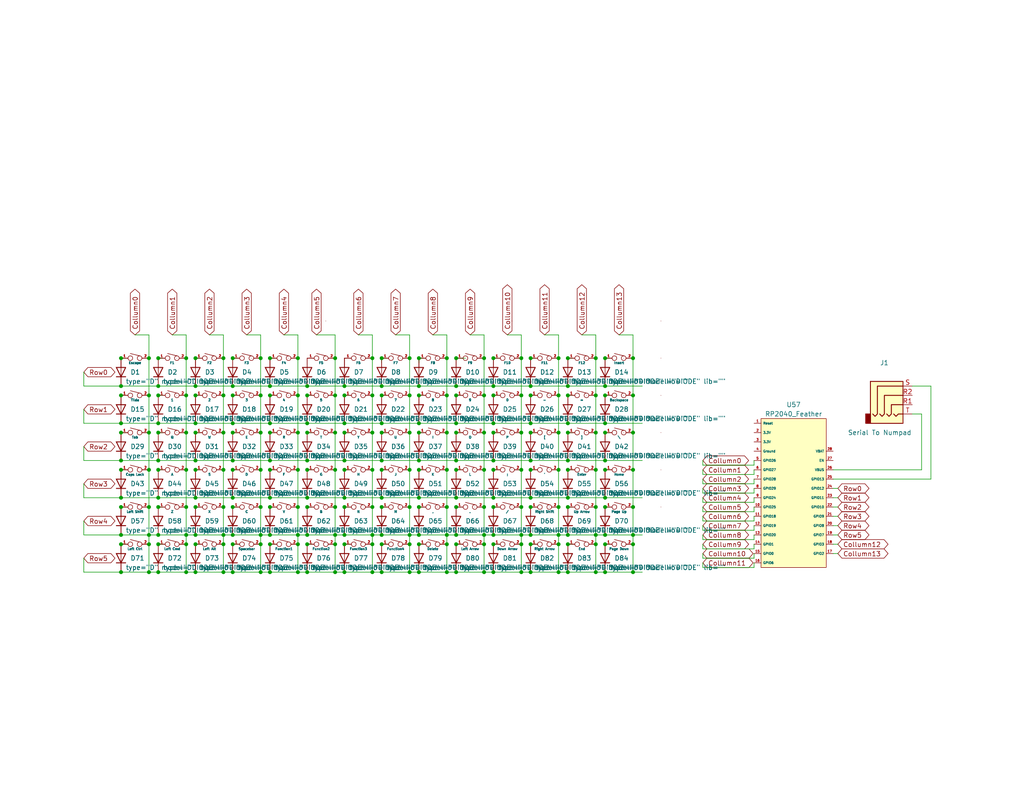
<source format=kicad_sch>
(kicad_sch (version 20211123) (generator eeschema)
  (paper "USLetter")
  (title_block (title "Super 95 Main Board"))
  (junction (at 142.24 138.43))
  (junction (at 172.72 138.43))
  (junction (at 33.02 146.05))
  (junction (at 121.92 118.11))
  (junction (at 134.62 138.43))
  (junction (at 50.8 138.43))
  (junction (at 53.34 148.59))
  (junction (at 114.3 97.79))
  (junction (at 83.82 125.73))
  (junction (at 124.46 128.27))
  (junction (at 124.46 115.57))
  (junction (at 81.28 138.43))
  (junction (at 43.18 97.79))
  (junction (at 162.56 97.79))
  (junction (at 154.94 138.43))
  (junction (at 165.1 135.89))
  (junction (at 104.14 105.41))
  (junction (at 81.28 148.59))
  (junction (at 43.18 115.57))
  (junction (at 83.82 148.59))
  (junction (at 43.18 146.05))
  (junction (at 60.96 156.21))
  (junction (at 144.78 128.27))
  (junction (at 33.02 118.11))
  (junction (at 154.94 135.89))
  (junction (at 40.64 138.43))
  (junction (at 144.78 156.21))
  (junction (at 101.6 97.79))
  (junction (at 33.02 115.57))
  (junction (at 124.46 105.41))
  (junction (at 101.6 138.43))
  (junction (at 53.34 107.95))
  (junction (at 104.14 156.21))
  (junction (at 165.1 107.95))
  (junction (at 43.18 138.43))
  (junction (at 154.94 148.59))
  (junction (at 63.5 135.89))
  (junction (at 172.72 148.59))
  (junction (at 134.62 118.11))
  (junction (at 121.92 97.79))
  (junction (at 81.28 107.95))
  (junction (at 144.78 97.79))
  (junction (at 60.96 107.95))
  (junction (at 71.12 107.95))
  (junction (at 154.94 146.05))
  (junction (at 91.44 107.95))
  (junction (at 172.72 128.27))
  (junction (at 53.34 138.43))
  (junction (at 121.92 128.27))
  (junction (at 114.3 138.43))
  (junction (at 132.08 97.79))
  (junction (at 73.66 138.43))
  (junction (at 81.28 118.11))
  (junction (at 165.1 156.21))
  (junction (at 114.3 156.21))
  (junction (at 91.44 118.11))
  (junction (at 53.34 156.21))
  (junction (at 124.46 148.59))
  (junction (at 121.92 146.05))
  (junction (at 93.98 107.95))
  (junction (at 165.1 128.27))
  (junction (at 43.18 125.73))
  (junction (at 91.44 146.05))
  (junction (at 124.46 135.89))
  (junction (at 132.08 156.21))
  (junction (at 142.24 97.79))
  (junction (at 154.94 107.95))
  (junction (at 104.14 107.95))
  (junction (at 63.5 107.95))
  (junction (at 43.18 118.11))
  (junction (at 152.4 107.95))
  (junction (at 121.92 107.95))
  (junction (at 81.28 156.21))
  (junction (at 132.08 107.95))
  (junction (at 104.14 125.73))
  (junction (at 104.14 118.11))
  (junction (at 101.6 146.05))
  (junction (at 124.46 146.05))
  (junction (at 33.02 105.41))
  (junction (at 111.76 156.21))
  (junction (at 63.5 115.57))
  (junction (at 73.66 135.89))
  (junction (at 73.66 148.59))
  (junction (at 50.8 146.05))
  (junction (at 154.94 128.27))
  (junction (at 71.12 156.21))
  (junction (at 71.12 97.79))
  (junction (at 53.34 115.57))
  (junction (at 71.12 128.27))
  (junction (at 93.98 118.11))
  (junction (at 40.64 156.21))
  (junction (at 83.82 135.89))
  (junction (at 142.24 118.11))
  (junction (at 83.82 138.43))
  (junction (at 165.1 115.57))
  (junction (at 104.14 128.27))
  (junction (at 33.02 125.73))
  (junction (at 71.12 146.05))
  (junction (at 33.02 156.21))
  (junction (at 114.3 135.89))
  (junction (at 134.62 125.73))
  (junction (at 134.62 146.05))
  (junction (at 142.24 146.05))
  (junction (at 33.02 148.59))
  (junction (at 111.76 148.59))
  (junction (at 33.02 107.95))
  (junction (at 111.76 97.79))
  (junction (at 50.8 156.21))
  (junction (at 165.1 146.05))
  (junction (at 73.66 118.11))
  (junction (at 91.44 156.21))
  (junction (at 172.72 156.21))
  (junction (at 165.1 105.41))
  (junction (at 53.34 105.41))
  (junction (at 73.66 156.21))
  (junction (at 73.66 128.27))
  (junction (at 33.02 138.43))
  (junction (at 33.02 128.27))
  (junction (at 93.98 148.59))
  (junction (at 73.66 115.57))
  (junction (at 83.82 128.27))
  (junction (at 111.76 146.05))
  (junction (at 144.78 125.73))
  (junction (at 101.6 107.95))
  (junction (at 154.94 105.41))
  (junction (at 33.02 135.89))
  (junction (at 73.66 146.05))
  (junction (at 134.62 156.21))
  (junction (at 162.56 146.05))
  (junction (at 83.82 156.21))
  (junction (at 111.76 128.27))
  (junction (at 50.8 148.59))
  (junction (at 121.92 148.59))
  (junction (at 63.5 105.41))
  (junction (at 63.5 138.43))
  (junction (at 134.62 115.57))
  (junction (at 33.02 97.79))
  (junction (at 124.46 97.79))
  (junction (at 53.34 97.79))
  (junction (at 93.98 138.43))
  (junction (at 165.1 125.73))
  (junction (at 104.14 138.43))
  (junction (at 124.46 138.43))
  (junction (at 53.34 128.27))
  (junction (at 152.4 146.05))
  (junction (at 43.18 156.21))
  (junction (at 144.78 118.11))
  (junction (at 172.72 107.95))
  (junction (at 63.5 148.59))
  (junction (at 114.3 146.05))
  (junction (at 134.62 128.27))
  (junction (at 132.08 138.43))
  (junction (at 154.94 118.11))
  (junction (at 91.44 97.79))
  (junction (at 162.56 156.21))
  (junction (at 53.34 125.73))
  (junction (at 152.4 118.11))
  (junction (at 60.96 146.05))
  (junction (at 91.44 128.27))
  (junction (at 104.14 135.89))
  (junction (at 101.6 148.59))
  (junction (at 63.5 128.27))
  (junction (at 124.46 125.73))
  (junction (at 124.46 118.11))
  (junction (at 162.56 128.27))
  (junction (at 93.98 115.57))
  (junction (at 83.82 107.95))
  (junction (at 124.46 156.21))
  (junction (at 152.4 138.43))
  (junction (at 114.3 105.41))
  (junction (at 40.64 107.95))
  (junction (at 93.98 105.41))
  (junction (at 172.72 118.11))
  (junction (at 60.96 148.59))
  (junction (at 60.96 118.11))
  (junction (at 40.64 97.79))
  (junction (at 144.78 138.43))
  (junction (at 152.4 97.79))
  (junction (at 91.44 138.43))
  (junction (at 162.56 107.95))
  (junction (at 132.08 148.59))
  (junction (at 60.96 138.43))
  (junction (at 53.34 135.89))
  (junction (at 132.08 128.27))
  (junction (at 50.8 128.27))
  (junction (at 121.92 138.43))
  (junction (at 101.6 156.21))
  (junction (at 134.62 97.79))
  (junction (at 144.78 146.05))
  (junction (at 73.66 125.73))
  (junction (at 53.34 118.11))
  (junction (at 165.1 97.79))
  (junction (at 63.5 97.79))
  (junction (at 93.98 128.27))
  (junction (at 104.14 146.05))
  (junction (at 152.4 156.21))
  (junction (at 83.82 115.57))
  (junction (at 114.3 107.95))
  (junction (at 144.78 135.89))
  (junction (at 111.76 138.43))
  (junction (at 144.78 148.59))
  (junction (at 162.56 148.59))
  (junction (at 154.94 115.57))
  (junction (at 152.4 128.27))
  (junction (at 40.64 146.05))
  (junction (at 172.72 146.05))
  (junction (at 104.14 148.59))
  (junction (at 83.82 146.05))
  (junction (at 114.3 115.57))
  (junction (at 83.82 105.41))
  (junction (at 71.12 148.59))
  (junction (at 134.62 135.89))
  (junction (at 81.28 128.27))
  (junction (at 83.82 118.11))
  (junction (at 93.98 146.05))
  (junction (at 60.96 97.79))
  (junction (at 43.18 105.41))
  (junction (at 132.08 146.05))
  (junction (at 134.62 148.59))
  (junction (at 81.28 146.05))
  (junction (at 101.6 128.27))
  (junction (at 134.62 107.95))
  (junction (at 162.56 138.43))
  (junction (at 93.98 125.73))
  (junction (at 111.76 118.11))
  (junction (at 63.5 125.73))
  (junction (at 43.18 148.59))
  (junction (at 63.5 156.21))
  (junction (at 142.24 107.95))
  (junction (at 124.46 107.95))
  (junction (at 73.66 105.41))
  (junction (at 104.14 97.79))
  (junction (at 73.66 97.79))
  (junction (at 121.92 156.21))
  (junction (at 111.76 107.95))
  (junction (at 40.64 118.11))
  (junction (at 40.64 128.27))
  (junction (at 73.66 107.95))
  (junction (at 144.78 105.41))
  (junction (at 142.24 148.59))
  (junction (at 50.8 118.11))
  (junction (at 40.64 148.59))
  (junction (at 101.6 118.11))
  (junction (at 50.8 107.95))
  (junction (at 114.3 128.27))
  (junction (at 142.24 128.27))
  (junction (at 81.28 97.79))
  (junction (at 71.12 138.43))
  (junction (at 43.18 128.27))
  (junction (at 43.18 107.95))
  (junction (at 172.72 97.79))
  (junction (at 154.94 156.21))
  (junction (at 154.94 97.79))
  (junction (at 144.78 115.57))
  (junction (at 114.3 118.11))
  (junction (at 91.44 148.59))
  (junction (at 93.98 135.89))
  (junction (at 165.1 118.11))
  (junction (at 50.8 97.79))
  (junction (at 71.12 118.11))
  (junction (at 152.4 148.59))
  (junction (at 114.3 125.73))
  (junction (at 93.98 156.21))
  (junction (at 132.08 118.11))
  (junction (at 165.1 148.59))
  (junction (at 63.5 146.05))
  (junction (at 134.62 105.41))
  (junction (at 165.1 138.43))
  (junction (at 154.94 125.73))
  (junction (at 104.14 115.57))
  (junction (at 144.78 107.95))
  (junction (at 114.3 148.59))
  (junction (at 53.34 146.05))
  (junction (at 43.18 135.89))
  (junction (at 63.5 118.11))
  (junction (at 60.96 128.27))
  (junction (at 162.56 118.11))
  (junction (at 142.24 156.21))
  (wire (pts (xy 57.15 91.44) (xy 60.96 91.44)))
  (wire (pts (xy 53.34 115.57) (xy 63.5 115.57)))
  (wire (pts (xy 158.75 91.44) (xy 162.56 91.44)))
  (wire (pts (xy 251.46 128.27) (xy 251.46 113.03)))
  (wire (pts (xy 22.86 111.76) (xy 22.86 115.57)))
  (wire (pts (xy 144.78 107.95) (xy 146.05 107.95)))
  (wire (pts (xy 205.74 137.16) (xy 205.74 135.89)))
  (wire (pts (xy 111.76 97.79) (xy 111.76 107.95)))
  (wire (pts (xy 165.1 128.27) (xy 166.37 128.27)))
  (wire (pts (xy 191.77 142.24) (xy 191.77 140.97)))
  (wire (pts (xy 101.6 91.44) (xy 101.6 97.79)))
  (wire (pts (xy 121.92 128.27) (xy 121.92 138.43)))
  (wire (pts (xy 73.66 146.05) (xy 81.28 146.05)))
  (wire (pts (xy 132.08 128.27) (xy 132.08 138.43)))
  (wire (pts (xy 172.72 148.59) (xy 172.72 156.21)))
  (wire (pts (xy 81.28 91.44) (xy 81.28 97.79)))
  (wire (pts (xy 63.5 138.43) (xy 64.77 138.43)))
  (wire (pts (xy 165.1 107.95) (xy 166.37 107.95)))
  (wire (pts (xy 142.24 146.05) (xy 144.78 146.05)))
  (wire (pts (xy 111.76 118.11) (xy 111.76 128.27)))
  (wire (pts (xy 154.94 135.89) (xy 165.1 135.89)))
  (wire (pts (xy 93.98 156.21) (xy 101.6 156.21)))
  (wire (pts (xy 144.78 97.79) (xy 146.05 97.79)))
  (wire (pts (xy 93.98 135.89) (xy 104.14 135.89)))
  (wire (pts (xy 154.94 148.59) (xy 156.21 148.59)))
  (wire (pts (xy 152.4 107.95) (xy 152.4 118.11)))
  (wire (pts (xy 152.4 118.11) (xy 152.4 128.27)))
  (wire (pts (xy 111.76 146.05) (xy 111.76 148.59)))
  (wire (pts (xy 33.02 156.21) (xy 40.64 156.21)))
  (wire (pts (xy 227.33 135.89) (xy 228.6 135.89)))
  (wire (pts (xy 40.64 128.27) (xy 40.64 138.43)))
  (wire (pts (xy 81.28 146.05) (xy 83.82 146.05)))
  (wire (pts (xy 53.34 107.95) (xy 54.61 107.95)))
  (wire (pts (xy 63.5 148.59) (xy 64.77 148.59)))
  (wire (pts (xy 172.72 138.43) (xy 172.72 146.05)))
  (wire (pts (xy 162.56 138.43) (xy 162.56 146.05)))
  (wire (pts (xy 83.82 118.11) (xy 85.09 118.11)))
  (wire (pts (xy 93.98 118.11) (xy 95.25 118.11)))
  (wire (pts (xy 53.34 105.41) (xy 63.5 105.41)))
  (wire (pts (xy 91.44 118.11) (xy 91.44 128.27)))
  (wire (pts (xy 132.08 97.79) (xy 132.08 107.95)))
  (wire (pts (xy 152.4 97.79) (xy 152.4 107.95)))
  (wire (pts (xy 205.74 152.4) (xy 191.77 152.4)))
  (wire (pts (xy 91.44 146.05) (xy 93.98 146.05)))
  (wire (pts (xy 83.82 128.27) (xy 85.09 128.27)))
  (wire (pts (xy 36.83 91.44) (xy 40.64 91.44)))
  (wire (pts (xy 53.34 97.79) (xy 54.61 97.79)))
  (wire (pts (xy 138.43 91.44) (xy 142.24 91.44)))
  (wire (pts (xy 104.14 97.79) (xy 105.41 97.79)))
  (wire (pts (xy 162.56 107.95) (xy 162.56 118.11)))
  (wire (pts (xy 81.28 118.11) (xy 81.28 128.27)))
  (wire (pts (xy 134.62 115.57) (xy 144.78 115.57)))
  (wire (pts (xy 134.62 125.73) (xy 144.78 125.73)))
  (wire (pts (xy 22.86 152.4) (xy 22.86 156.21)))
  (wire (pts (xy 134.62 135.89) (xy 144.78 135.89)))
  (wire (pts (xy 114.3 138.43) (xy 115.57 138.43)))
  (wire (pts (xy 114.3 156.21) (xy 121.92 156.21)))
  (wire (pts (xy 33.02 148.59) (xy 34.29 148.59)))
  (wire (pts (xy 165.1 148.59) (xy 166.37 148.59)))
  (wire (pts (xy 93.98 105.41) (xy 104.14 105.41)))
  (wire (pts (xy 124.46 146.05) (xy 132.08 146.05)))
  (wire (pts (xy 165.1 125.73) (xy 175.26 125.73)))
  (wire (pts (xy 227.33 146.05) (xy 228.6 146.05)))
  (wire (pts (xy 71.12 138.43) (xy 71.12 146.05)))
  (wire (pts (xy 172.72 146.05) (xy 172.72 148.59)))
  (wire (pts (xy 205.74 140.97) (xy 205.74 142.24)))
  (wire (pts (xy 134.62 156.21) (xy 142.24 156.21)))
  (wire (pts (xy 40.64 156.21) (xy 43.18 156.21)))
  (wire (pts (xy 71.12 156.21) (xy 73.66 156.21)))
  (wire (pts (xy 33.02 107.95) (xy 34.29 107.95)))
  (wire (pts (xy 81.28 156.21) (xy 83.82 156.21)))
  (wire (pts (xy 104.14 115.57) (xy 114.3 115.57)))
  (wire (pts (xy 50.8 128.27) (xy 50.8 138.43)))
  (wire (pts (xy 33.02 97.79) (xy 34.29 97.79)))
  (wire (pts (xy 154.94 138.43) (xy 156.21 138.43)))
  (wire (pts (xy 134.62 146.05) (xy 142.24 146.05)))
  (wire (pts (xy 111.76 91.44) (xy 111.76 97.79)))
  (wire (pts (xy 91.44 97.79) (xy 91.44 107.95)))
  (wire (pts (xy 132.08 91.44) (xy 132.08 97.79)))
  (wire (pts (xy 63.5 146.05) (xy 71.12 146.05)))
  (wire (pts (xy 154.94 97.79) (xy 156.21 97.79)))
  (wire (pts (xy 71.12 148.59) (xy 71.12 156.21)))
  (wire (pts (xy 91.44 148.59) (xy 91.44 156.21)))
  (wire (pts (xy 104.14 105.41) (xy 114.3 105.41)))
  (wire (pts (xy 83.82 135.89) (xy 93.98 135.89)))
  (wire (pts (xy 162.56 156.21) (xy 165.1 156.21)))
  (wire (pts (xy 73.66 125.73) (xy 83.82 125.73)))
  (wire (pts (xy 162.56 97.79) (xy 162.56 107.95)))
  (wire (pts (xy 114.3 97.79) (xy 114.3 99.06)))
  (wire (pts (xy 144.78 128.27) (xy 146.05 128.27)))
  (wire (pts (xy 165.1 97.79) (xy 166.37 97.79)))
  (wire (pts (xy 114.3 115.57) (xy 124.46 115.57)))
  (wire (pts (xy 114.3 148.59) (xy 115.57 148.59)))
  (wire (pts (xy 142.24 138.43) (xy 142.24 146.05)))
  (wire (pts (xy 227.33 148.59) (xy 228.6 148.59)))
  (wire (pts (xy 191.77 154.94) (xy 191.77 153.67)))
  (wire (pts (xy 93.98 115.57) (xy 104.14 115.57)))
  (wire (pts (xy 50.8 97.79) (xy 50.8 107.95)))
  (wire (pts (xy 227.33 140.97) (xy 228.6 140.97)))
  (wire (pts (xy 73.66 156.21) (xy 81.28 156.21)))
  (wire (pts (xy 101.6 107.95) (xy 101.6 118.11)))
  (wire (pts (xy 191.77 144.78) (xy 191.77 143.51)))
  (wire (pts (xy 162.56 146.05) (xy 165.1 146.05)))
  (wire (pts (xy 134.62 118.11) (xy 135.89 118.11)))
  (wire (pts (xy 172.72 97.79) (xy 172.72 107.95)))
  (wire (pts (xy 191.77 137.16) (xy 205.74 137.16)))
  (wire (pts (xy 227.33 133.35) (xy 228.6 133.35)))
  (wire (pts (xy 154.94 105.41) (xy 165.1 105.41)))
  (wire (pts (xy 83.82 125.73) (xy 93.98 125.73)))
  (wire (pts (xy 165.1 135.89) (xy 175.26 135.89)))
  (wire (pts (xy 50.8 146.05) (xy 50.8 148.59)))
  (wire (pts (xy 191.77 125.73) (xy 191.77 127)))
  (wire (pts (xy 118.11 91.44) (xy 121.92 91.44)))
  (wire (pts (xy 124.46 97.79) (xy 127 97.79)))
  (wire (pts (xy 144.78 118.11) (xy 146.05 118.11)))
  (wire (pts (xy 205.74 153.67) (xy 205.74 154.94)))
  (wire (pts (xy 144.78 146.05) (xy 152.4 146.05)))
  (wire (pts (xy 93.98 138.43) (xy 95.25 138.43)))
  (wire (pts (xy 63.5 115.57) (xy 73.66 115.57)))
  (wire (pts (xy 60.96 91.44) (xy 60.96 97.79)))
  (wire (pts (xy 50.8 148.59) (xy 50.8 156.21)))
  (wire (pts (xy 83.82 105.41) (xy 93.98 105.41)))
  (wire (pts (xy 162.56 148.59) (xy 162.56 156.21)))
  (wire (pts (xy 124.46 107.95) (xy 125.73 107.95)))
  (wire (pts (xy 111.76 107.95) (xy 111.76 118.11)))
  (wire (pts (xy 53.34 148.59) (xy 54.61 148.59)))
  (wire (pts (xy 165.1 146.05) (xy 172.72 146.05)))
  (wire (pts (xy 63.5 105.41) (xy 73.66 105.41)))
  (wire (pts (xy 132.08 156.21) (xy 134.62 156.21)))
  (wire (pts (xy 172.72 156.21) (xy 175.26 156.21)))
  (wire (pts (xy 165.1 115.57) (xy 175.26 115.57)))
  (wire (pts (xy 205.74 125.73) (xy 205.74 127)))
  (wire (pts (xy 104.14 135.89) (xy 114.3 135.89)))
  (wire (pts (xy 251.46 113.03) (xy 248.92 113.03)))
  (wire (pts (xy 107.95 91.44) (xy 111.76 91.44)))
  (wire (pts (xy 114.3 105.41) (xy 124.46 105.41)))
  (wire (pts (xy 63.5 97.79) (xy 64.77 97.79)))
  (wire (pts (xy 111.76 156.21) (xy 114.3 156.21)))
  (wire (pts (xy 142.24 118.11) (xy 142.24 128.27)))
  (wire (pts (xy 60.96 97.79) (xy 60.96 107.95)))
  (wire (pts (xy 43.18 118.11) (xy 44.45 118.11)))
  (wire (pts (xy 132.08 146.05) (xy 132.08 148.59)))
  (wire (pts (xy 81.28 107.95) (xy 81.28 118.11)))
  (wire (pts (xy 60.96 156.21) (xy 63.5 156.21)))
  (wire (pts (xy 191.77 147.32) (xy 191.77 146.05)))
  (wire (pts (xy 101.6 146.05) (xy 101.6 148.59)))
  (wire (pts (xy 33.02 118.11) (xy 34.29 118.11)))
  (wire (pts (xy 33.02 115.57) (xy 43.18 115.57)))
  (wire (pts (xy 83.82 146.05) (xy 91.44 146.05)))
  (wire (pts (xy 53.34 146.05) (xy 60.96 146.05)))
  (wire (pts (xy 132.08 148.59) (xy 132.08 156.21)))
  (wire (pts (xy 154.94 118.11) (xy 156.21 118.11)))
  (wire (pts (xy 101.6 128.27) (xy 101.6 138.43)))
  (wire (pts (xy 83.82 115.57) (xy 93.98 115.57)))
  (wire (pts (xy 162.56 91.44) (xy 162.56 97.79)))
  (wire (pts (xy 205.74 133.35) (xy 205.74 134.62)))
  (wire (pts (xy 81.28 128.27) (xy 81.28 138.43)))
  (wire (pts (xy 205.74 149.86) (xy 191.77 149.86)))
  (wire (pts (xy 152.4 146.05) (xy 154.94 146.05)))
  (wire (pts (xy 101.6 118.11) (xy 101.6 128.27)))
  (wire (pts (xy 101.6 148.59) (xy 101.6 156.21)))
  (wire (pts (xy 63.5 128.27) (xy 64.77 128.27)))
  (wire (pts (xy 33.02 146.05) (xy 40.64 146.05)))
  (wire (pts (xy 124.46 156.21) (xy 132.08 156.21)))
  (wire (pts (xy 73.66 148.59) (xy 74.93 148.59)))
  (wire (pts (xy 121.92 107.95) (xy 121.92 118.11)))
  (wire (pts (xy 191.77 139.7) (xy 191.77 138.43)))
  (wire (pts (xy 191.77 133.35) (xy 191.77 134.62)))
  (wire (pts (xy 50.8 138.43) (xy 50.8 146.05)))
  (wire (pts (xy 53.34 156.21) (xy 60.96 156.21)))
  (wire (pts (xy 22.86 101.6) (xy 22.86 105.41)))
  (wire (pts (xy 63.5 118.11) (xy 64.77 118.11)))
  (wire (pts (xy 33.02 135.89) (xy 43.18 135.89)))
  (wire (pts (xy 134.62 105.41) (xy 144.78 105.41)))
  (wire (pts (xy 121.92 146.05) (xy 121.92 148.59)))
  (wire (pts (xy 81.28 148.59) (xy 81.28 156.21)))
  (wire (pts (xy 43.18 138.43) (xy 44.45 138.43)))
  (wire (pts (xy 114.3 107.95) (xy 115.57 107.95)))
  (wire (pts (xy 43.18 148.59) (xy 44.45 148.59)))
  (wire (pts (xy 93.98 128.27) (xy 95.25 128.27)))
  (wire (pts (xy 33.02 128.27) (xy 34.29 128.27)))
  (wire (pts (xy 114.3 128.27) (xy 115.57 128.27)))
  (wire (pts (xy 60.96 146.05) (xy 60.96 148.59)))
  (wire (pts (xy 60.96 148.59) (xy 60.96 156.21)))
  (wire (pts (xy 144.78 125.73) (xy 154.94 125.73)))
  (wire (pts (xy 128.27 91.44) (xy 132.08 91.44)))
  (wire (pts (xy 71.12 91.44) (xy 71.12 97.79)))
  (wire (pts (xy 254 105.41) (xy 254 130.81)))
  (wire (pts (xy 104.14 125.73) (xy 114.3 125.73)))
  (wire (pts (xy 73.66 107.95) (xy 74.93 107.95)))
  (wire (pts (xy 101.6 138.43) (xy 101.6 146.05)))
  (wire (pts (xy 63.5 135.89) (xy 73.66 135.89)))
  (wire (pts (xy 154.94 146.05) (xy 162.56 146.05)))
  (wire (pts (xy 43.18 115.57) (xy 53.34 115.57)))
  (wire (pts (xy 43.18 156.21) (xy 50.8 156.21)))
  (wire (pts (xy 43.18 146.05) (xy 50.8 146.05)))
  (wire (pts (xy 205.74 144.78) (xy 191.77 144.78)))
  (wire (pts (xy 142.24 156.21) (xy 144.78 156.21)))
  (wire (pts (xy 124.46 105.41) (xy 134.62 105.41)))
  (wire (pts (xy 83.82 138.43) (xy 85.09 138.43)))
  (wire (pts (xy 205.74 129.54) (xy 191.77 129.54)))
  (wire (pts (xy 114.3 135.89) (xy 124.46 135.89)))
  (wire (pts (xy 73.66 135.89) (xy 83.82 135.89)))
  (wire (pts (xy 22.86 121.92) (xy 22.86 125.73)))
  (wire (pts (xy 121.92 138.43) (xy 121.92 146.05)))
  (wire (pts (xy 60.96 107.95) (xy 60.96 118.11)))
  (wire (pts (xy 205.74 127) (xy 191.77 127)))
  (wire (pts (xy 114.3 146.05) (xy 121.92 146.05)))
  (wire (pts (xy 205.74 138.43) (xy 205.74 139.7)))
  (wire (pts (xy 114.3 118.11) (xy 115.57 118.11)))
  (wire (pts (xy 111.76 148.59) (xy 111.76 156.21)))
  (wire (pts (xy 142.24 97.79) (xy 142.24 107.95)))
  (wire (pts (xy 191.77 152.4) (xy 191.77 151.13)))
  (wire (pts (xy 97.79 91.44) (xy 101.6 91.44)))
  (wire (pts (xy 50.8 146.05) (xy 53.34 146.05)))
  (wire (pts (xy 142.24 91.44) (xy 142.24 97.79)))
  (wire (pts (xy 22.86 142.24) (xy 22.86 146.05)))
  (wire (pts (xy 162.56 128.27) (xy 162.56 138.43)))
  (wire (pts (xy 71.12 118.11) (xy 71.12 128.27)))
  (wire (pts (xy 104.14 97.79) (xy 104.14 99.06)))
  (wire (pts (xy 191.77 149.86) (xy 191.77 148.59)))
  (wire (pts (xy 227.33 128.27) (xy 251.46 128.27)))
  (wire (pts (xy 191.77 135.89) (xy 191.77 137.16)))
  (wire (pts (xy 71.12 97.79) (xy 71.12 107.95)))
  (wire (pts (xy 142.24 128.27) (xy 142.24 138.43)))
  (wire (pts (xy 43.18 125.73) (xy 53.34 125.73)))
  (wire (pts (xy 121.92 118.11) (xy 121.92 128.27)))
  (wire (pts (xy 144.78 115.57) (xy 154.94 115.57)))
  (wire (pts (xy 73.66 115.57) (xy 83.82 115.57)))
  (wire (pts (xy 124.46 135.89) (xy 134.62 135.89)))
  (wire (pts (xy 104.14 107.95) (xy 105.41 107.95)))
  (wire (pts (xy 22.86 135.89) (xy 33.02 135.89)))
  (wire (pts (xy 124.46 118.11) (xy 125.73 118.11)))
  (wire (pts (xy 142.24 146.05) (xy 142.24 148.59)))
  (wire (pts (xy 205.74 132.08) (xy 191.77 132.08)))
  (wire (pts (xy 168.91 91.44) (xy 172.72 91.44)))
  (wire (pts (xy 104.14 138.43) (xy 105.41 138.43)))
  (wire (pts (xy 154.94 115.57) (xy 165.1 115.57)))
  (wire (pts (xy 152.4 128.27) (xy 152.4 138.43)))
  (wire (pts (xy 154.94 107.95) (xy 156.21 107.95)))
  (wire (pts (xy 22.86 132.08) (xy 22.86 135.89)))
  (wire (pts (xy 53.34 128.27) (xy 54.61 128.27)))
  (wire (pts (xy 60.96 118.11) (xy 60.96 128.27)))
  (wire (pts (xy 83.82 107.95) (xy 85.09 107.95)))
  (wire (pts (xy 124.46 138.43) (xy 125.73 138.43)))
  (wire (pts (xy 40.64 148.59) (xy 40.64 156.21)))
  (wire (pts (xy 134.62 128.27) (xy 135.89 128.27)))
  (wire (pts (xy 81.28 138.43) (xy 81.28 146.05)))
  (wire (pts (xy 101.6 156.21) (xy 104.14 156.21)))
  (wire (pts (xy 22.86 146.05) (xy 33.02 146.05)))
  (wire (pts (xy 114.3 125.73) (xy 124.46 125.73)))
  (wire (pts (xy 121.92 148.59) (xy 121.92 156.21)))
  (wire (pts (xy 83.82 148.59) (xy 85.09 148.59)))
  (wire (pts (xy 22.86 115.57) (xy 33.02 115.57)))
  (wire (pts (xy 124.46 115.57) (xy 134.62 115.57)))
  (wire (pts (xy 134.62 148.59) (xy 135.89 148.59)))
  (wire (pts (xy 40.64 146.05) (xy 40.64 148.59)))
  (wire (pts (xy 22.86 125.73) (xy 33.02 125.73)))
  (wire (pts (xy 63.5 107.95) (xy 64.77 107.95)))
  (wire (pts (xy 248.92 105.41) (xy 254 105.41)))
  (wire (pts (xy 165.1 118.11) (xy 166.37 118.11)))
  (wire (pts (xy 33.02 138.43) (xy 34.29 138.43)))
  (wire (pts (xy 91.44 156.21) (xy 93.98 156.21)))
  (wire (pts (xy 132.08 118.11) (xy 132.08 128.27)))
  (wire (pts (xy 46.99 91.44) (xy 50.8 91.44)))
  (wire (pts (xy 165.1 105.41) (xy 175.26 105.41)))
  (wire (pts (xy 50.8 91.44) (xy 50.8 97.79)))
  (wire (pts (xy 124.46 148.59) (xy 125.73 148.59)))
  (wire (pts (xy 165.1 138.43) (xy 166.37 138.43)))
  (wire (pts (xy 43.18 128.27) (xy 44.45 128.27)))
  (wire (pts (xy 111.76 128.27) (xy 111.76 138.43)))
  (wire (pts (xy 63.5 156.21) (xy 71.12 156.21)))
  (wire (pts (xy 144.78 138.43) (xy 146.05 138.43)))
  (wire (pts (xy 134.62 138.43) (xy 135.89 138.43)))
  (wire (pts (xy 205.74 151.13) (xy 205.74 152.4)))
  (wire (pts (xy 205.74 128.27) (xy 205.74 129.54)))
  (wire (pts (xy 152.4 146.05) (xy 152.4 148.59)))
  (wire (pts (xy 104.14 128.27) (xy 105.41 128.27)))
  (wire (pts (xy 53.34 135.89) (xy 63.5 135.89)))
  (wire (pts (xy 77.47 91.44) (xy 81.28 91.44)))
  (wire (pts (xy 191.77 130.81) (xy 191.77 132.08)))
  (wire (pts (xy 144.78 135.89) (xy 154.94 135.89)))
  (wire (pts (xy 104.14 118.11) (xy 105.41 118.11)))
  (wire (pts (xy 93.98 107.95) (xy 95.25 107.95)))
  (wire (pts (xy 43.18 107.95) (xy 44.45 107.95)))
  (wire (pts (xy 152.4 156.21) (xy 154.94 156.21)))
  (wire (pts (xy 205.74 147.32) (xy 191.77 147.32)))
  (wire (pts (xy 172.72 146.05) (xy 175.26 146.05)))
  (wire (pts (xy 124.46 128.27) (xy 125.73 128.27)))
  (wire (pts (xy 205.74 154.94) (xy 191.77 154.94)))
  (wire (pts (xy 172.72 107.95) (xy 172.72 118.11)))
  (wire (pts (xy 205.74 146.05) (xy 205.74 147.32)))
  (wire (pts (xy 33.02 105.41) (xy 43.18 105.41)))
  (wire (pts (xy 124.46 125.73) (xy 134.62 125.73)))
  (wire (pts (xy 114.3 97.79) (xy 115.57 97.79)))
  (wire (pts (xy 205.74 142.24) (xy 191.77 142.24)))
  (wire (pts (xy 91.44 91.44) (xy 91.44 97.79)))
  (wire (pts (xy 172.72 128.27) (xy 172.72 138.43)))
  (wire (pts (xy 60.96 138.43) (xy 60.96 146.05)))
  (wire (pts (xy 104.14 156.21) (xy 111.76 156.21)))
  (wire (pts (xy 93.98 148.59) (xy 95.25 148.59)))
  (wire (pts (xy 144.78 148.59) (xy 146.05 148.59)))
  (wire (pts (xy 40.64 118.11) (xy 40.64 128.27)))
  (wire (pts (xy 148.59 91.44) (xy 152.4 91.44)))
  (wire (pts (xy 152.4 138.43) (xy 152.4 146.05)))
  (wire (pts (xy 43.18 105.41) (xy 53.34 105.41)))
  (wire (pts (xy 205.74 134.62) (xy 191.77 134.62)))
  (wire (pts (xy 111.76 138.43) (xy 111.76 146.05)))
  (wire (pts (xy 53.34 125.73) (xy 63.5 125.73)))
  (wire (pts (xy 172.72 91.44) (xy 172.72 97.79)))
  (wire (pts (xy 33.02 125.73) (xy 43.18 125.73)))
  (wire (pts (xy 43.18 135.89) (xy 53.34 135.89)))
  (wire (pts (xy 40.64 91.44) (xy 40.64 97.79)))
  (wire (pts (xy 93.98 125.73) (xy 104.14 125.73)))
  (wire (pts (xy 91.44 128.27) (xy 91.44 138.43)))
  (wire (pts (xy 205.74 139.7) (xy 191.77 139.7)))
  (wire (pts (xy 71.12 146.05) (xy 73.66 146.05)))
  (wire (pts (xy 91.44 146.05) (xy 91.44 148.59)))
  (wire (pts (xy 142.24 107.95) (xy 142.24 118.11)))
  (wire (pts (xy 154.94 128.27) (xy 156.21 128.27)))
  (wire (pts (xy 40.64 97.79) (xy 40.64 107.95)))
  (wire (pts (xy 60.96 146.05) (xy 63.5 146.05)))
  (wire (pts (xy 22.86 156.21) (xy 33.02 156.21)))
  (wire (pts (xy 81.28 146.05) (xy 81.28 148.59)))
  (wire (pts (xy 73.66 105.41) (xy 83.82 105.41)))
  (wire (pts (xy 144.78 156.21) (xy 152.4 156.21)))
  (wire (pts (xy 227.33 138.43) (xy 228.6 138.43)))
  (wire (pts (xy 101.6 97.79) (xy 101.6 107.95)))
  (wire (pts (xy 71.12 107.95) (xy 71.12 118.11)))
  (wire (pts (xy 73.66 128.27) (xy 74.93 128.27)))
  (wire (pts (xy 71.12 146.05) (xy 71.12 148.59)))
  (wire (pts (xy 63.5 125.73) (xy 73.66 125.73)))
  (wire (pts (xy 165.1 156.21) (xy 172.72 156.21)))
  (wire (pts (xy 144.78 105.41) (xy 154.94 105.41)))
  (wire (pts (xy 43.18 97.79) (xy 44.45 97.79)))
  (wire (pts (xy 101.6 146.05) (xy 104.14 146.05)))
  (wire (pts (xy 152.4 91.44) (xy 152.4 97.79)))
  (wire (pts (xy 111.76 146.05) (xy 114.3 146.05)))
  (wire (pts (xy 121.92 146.05) (xy 124.46 146.05)))
  (wire (pts (xy 40.64 138.43) (xy 40.64 146.05)))
  (wire (pts (xy 205.74 143.51) (xy 205.74 144.78)))
  (wire (pts (xy 93.98 146.05) (xy 101.6 146.05)))
  (wire (pts (xy 121.92 97.79) (xy 121.92 107.95)))
  (wire (pts (xy 86.36 91.44) (xy 91.44 91.44)))
  (wire (pts (xy 104.14 148.59) (xy 105.41 148.59)))
  (wire (pts (xy 132.08 138.43) (xy 132.08 146.05)))
  (wire (pts (xy 142.24 148.59) (xy 142.24 156.21)))
  (wire (pts (xy 227.33 151.13) (xy 228.6 151.13)))
  (wire (pts (xy 50.8 107.95) (xy 50.8 118.11)))
  (wire (pts (xy 91.44 138.43) (xy 91.44 146.05)))
  (wire (pts (xy 121.92 91.44) (xy 121.92 97.79)))
  (wire (pts (xy 154.94 156.21) (xy 162.56 156.21)))
  (wire (pts (xy 22.86 105.41) (xy 33.02 105.41)))
  (wire (pts (xy 132.08 146.05) (xy 134.62 146.05)))
  (wire (pts (xy 162.56 146.05) (xy 162.56 148.59)))
  (wire (pts (xy 40.64 146.05) (xy 43.18 146.05)))
  (wire (pts (xy 81.28 97.79) (xy 81.28 107.95)))
  (wire (pts (xy 104.14 146.05) (xy 111.76 146.05)))
  (wire (pts (xy 121.92 156.21) (xy 124.46 156.21)))
  (wire (pts (xy 73.66 118.11) (xy 74.93 118.11)))
  (wire (pts (xy 67.31 91.44) (xy 71.12 91.44)))
  (wire (pts (xy 73.66 97.79) (xy 74.93 97.79)))
  (wire (pts (xy 152.4 148.59) (xy 152.4 156.21)))
  (wire (pts (xy 83.82 156.21) (xy 91.44 156.21)))
  (wire (pts (xy 60.96 128.27) (xy 60.96 138.43)))
  (wire (pts (xy 134.62 97.79) (xy 135.89 97.79)))
  (wire (pts (xy 162.56 118.11) (xy 162.56 128.27)))
  (wire (pts (xy 91.44 107.95) (xy 91.44 118.11)))
  (wire (pts (xy 132.08 107.95) (xy 132.08 118.11)))
  (wire (pts (xy 191.77 128.27) (xy 191.77 129.54)))
  (wire (pts (xy 205.74 148.59) (xy 205.74 149.86)))
  (wire (pts (xy 50.8 118.11) (xy 50.8 128.27)))
  (wire (pts (xy 53.34 138.43) (xy 54.61 138.43)))
  (wire (pts (xy 71.12 128.27) (xy 71.12 138.43)))
  (wire (pts (xy 50.8 156.21) (xy 53.34 156.21)))
  (wire (pts (xy 205.74 130.81) (xy 205.74 132.08)))
  (wire (pts (xy 172.72 118.11) (xy 172.72 128.27)))
  (wire (pts (xy 134.62 107.95) (xy 135.89 107.95)))
  (wire (pts (xy 227.33 130.81) (xy 254 130.81)))
  (wire (pts (xy 227.33 143.51) (xy 228.6 143.51)))
  (wire (pts (xy 154.94 125.73) (xy 165.1 125.73)))
  (wire (pts (xy 53.34 118.11) (xy 54.61 118.11)))
  (wire (pts (xy 40.64 107.95) (xy 40.64 118.11)))
  (wire (pts (xy 73.66 138.43) (xy 74.93 138.43)))
  (global_label "Collumn10" (shape bidirectional) (at 191.77 151.13 0) (property "Intersheet References" "${INTERSHEET_REFS}" (effects hide)))
  (global_label "Collumn2" (shape bidirectional) (at 57.15 91.44 90) (property "Intersheet References" "${INTERSHEET_REFS}" (effects hide)))
  (global_label "Collumn6" (shape bidirectional) (at 97.79 91.44 90) (property "Intersheet References" "${INTERSHEET_REFS}" (effects hide)))
  (global_label "Collumn0" (shape bidirectional) (at 36.83 91.44 90) (property "Intersheet References" "${INTERSHEET_REFS}" (effects hide)))
  (global_label "Collumn2" (shape bidirectional) (at 191.77 130.81 0) (property "Intersheet References" "${INTERSHEET_REFS}" (effects hide)))
  (global_label "Row3" (shape bidirectional) (at 22.86 132.08 0) (property "Intersheet References" "${INTERSHEET_REFS}" (effects hide)))
  (global_label "Row4" (shape bidirectional) (at 228.6 143.51 0) (property "Intersheet References" "${INTERSHEET_REFS}" (effects hide)))
  (global_label "Row0" (shape bidirectional) (at 228.6 133.35 0) (property "Intersheet References" "${INTERSHEET_REFS}" (effects hide)))
  (global_label "Collumn3" (shape bidirectional) (at 67.31 91.44 90) (property "Intersheet References" "${INTERSHEET_REFS}" (effects hide)))
  (global_label "Collumn1" (shape bidirectional) (at 191.77 128.27 0) (property "Intersheet References" "${INTERSHEET_REFS}" (effects hide)))
  (global_label "Row3" (shape bidirectional) (at 228.6 140.97 0) (property "Intersheet References" "${INTERSHEET_REFS}" (effects hide)))
  (global_label "Collumn5" (shape bidirectional) (at 191.77 138.43 0) (property "Intersheet References" "${INTERSHEET_REFS}" (effects hide)))
  (global_label "Row5" (shape bidirectional) (at 22.86 152.4 0) (property "Intersheet References" "${INTERSHEET_REFS}" (effects hide)))
  (global_label "Collumn5" (shape bidirectional) (at 86.36 91.44 90) (property "Intersheet References" "${INTERSHEET_REFS}" (effects hide)))
  (global_label "Collumn12" (shape bidirectional) (at 228.6 148.59 0) (property "Intersheet References" "${INTERSHEET_REFS}" (effects hide)))
  (global_label "Collumn0" (shape bidirectional) (at 191.77 125.73 0) (property "Intersheet References" "${INTERSHEET_REFS}" (effects hide)))
  (global_label "Row0" (shape bidirectional) (at 22.86 101.6 0) (property "Intersheet References" "${INTERSHEET_REFS}" (effects hide)))
  (global_label "Collumn7" (shape bidirectional) (at 107.95 91.44 90) (property "Intersheet References" "${INTERSHEET_REFS}" (effects hide)))
  (global_label "Row4" (shape bidirectional) (at 22.86 142.24 0) (property "Intersheet References" "${INTERSHEET_REFS}" (effects hide)))
  (global_label "Collumn7" (shape bidirectional) (at 191.77 143.51 0) (property "Intersheet References" "${INTERSHEET_REFS}" (effects hide)))
  (global_label "Row1" (shape bidirectional) (at 228.6 135.89 0) (property "Intersheet References" "${INTERSHEET_REFS}" (effects hide)))
  (global_label "Collumn8" (shape bidirectional) (at 191.77 146.05 0) (property "Intersheet References" "${INTERSHEET_REFS}" (effects hide)))
  (global_label "Collumn11" (shape bidirectional) (at 148.59 91.44 90) (property "Intersheet References" "${INTERSHEET_REFS}" (effects hide)))
  (global_label "Row5" (shape bidirectional) (at 228.6 146.05 0) (property "Intersheet References" "${INTERSHEET_REFS}" (effects hide)))
  (global_label "Collumn13" (shape bidirectional) (at 168.91 91.44 90) (property "Intersheet References" "${INTERSHEET_REFS}" (effects hide)))
  (global_label "Collumn1" (shape bidirectional) (at 46.99 91.44 90) (property "Intersheet References" "${INTERSHEET_REFS}" (effects hide)))
  (global_label "Collumn13" (shape bidirectional) (at 228.6 151.13 0) (property "Intersheet References" "${INTERSHEET_REFS}" (effects hide)))
  (global_label "Collumn12" (shape bidirectional) (at 158.75 91.44 90) (property "Intersheet References" "${INTERSHEET_REFS}" (effects hide)))
  (global_label "Collumn9" (shape bidirectional) (at 191.77 148.59 0) (property "Intersheet References" "${INTERSHEET_REFS}" (effects hide)))
  (global_label "Row1" (shape bidirectional) (at 22.86 111.76 0) (property "Intersheet References" "${INTERSHEET_REFS}" (effects hide)))
  (global_label "Collumn10" (shape bidirectional) (at 138.43 91.44 90) (property "Intersheet References" "${INTERSHEET_REFS}" (effects hide)))
  (global_label "Collumn6" (shape bidirectional) (at 191.77 140.97 0) (property "Intersheet References" "${INTERSHEET_REFS}" (effects hide)))
  (global_label "Collumn9" (shape bidirectional) (at 128.27 91.44 90) (property "Intersheet References" "${INTERSHEET_REFS}" (effects hide)))
  (global_label "Collumn11" (shape bidirectional) (at 191.77 153.67 0) (property "Intersheet References" "${INTERSHEET_REFS}" (effects hide)))
  (global_label "Collumn8" (shape bidirectional) (at 118.11 91.44 90) (property "Intersheet References" "${INTERSHEET_REFS}" (effects hide)))
  (global_label "Collumn4" (shape bidirectional) (at 191.77 135.89 0) (property "Intersheet References" "${INTERSHEET_REFS}" (effects hide)))
  (global_label "Row2" (shape bidirectional) (at 22.86 121.92 0) (property "Intersheet References" "${INTERSHEET_REFS}" (effects hide)))
  (global_label "Collumn4" (shape bidirectional) (at 77.47 91.44 90) (property "Intersheet References" "${INTERSHEET_REFS}" (effects hide)))
  (global_label "Collumn3" (shape bidirectional) (at 191.77 133.35 0) (property "Intersheet References" "${INTERSHEET_REFS}" (effects hide)))
  (global_label "Row2" (shape bidirectional) (at 228.6 138.43 0) (property "Intersheet References" "${INTERSHEET_REFS}" (effects hide)))
  (symbol (lib_id "Super95Symbols:Kailh_Choc_V2") (at 77.47 148.59 0) (unit 1)
    (property "Reference" "U76" (effects hide))
    (property "Value" "Function1" (at 77.47 149.86 0) (effects (font (size 0.635 0.635))))
    (property "Footprint" "Button_Switch_Keyboard:SW_Cherry_MX_1.00u_PCB" (effects hide))
    (property "Datasheet" "https://www.kailhswitch.com/Content/upload/pdf/202015927/PG135301D03.pdf?rnd=797" (effects hide))
  )
  (symbol (lib_id "Simulation_SPICE:DIODE") (at 33.02 121.92 270) (unit 1)
    (property "Reference" "D29" (at 35.56 121.92 90) (effects (justify left)))
    (property "Value" "DIODE" (at 34.29 124.46 90) (effects (justify left)))
    (property "Footprint" "Diode_SMD:D_0805_2012Metric_Pad1.15x1.40mm_HandSolder" (effects hide))
    (property "Spice_Netlist_Enabled" "Y" (effects hide))
    (property "Spice_Primitive" "D" (effects hide))
  )
  (symbol (lib_id "Super95Symbols:Kailh_Choc_V2") (at 77.47 138.43 0) (unit 1)
    (property "Reference" "U62" (effects hide))
    (property "Value" "V" (at 77.47 139.7 0) (effects (font (size 0.635 0.635))))
    (property "Footprint" "Button_Switch_Keyboard:SW_Cherry_MX_1.00u_PCB" (effects hide))
    (property "Datasheet" "https://www.kailhswitch.com/Content/upload/pdf/202015927/PG135301D03.pdf?rnd=797" (effects hide))
  )
  (symbol (lib_id "Super95Symbols:Kailh_Choc_V2") (at 168.91 128.27 0) (unit 1)
    (property "Reference" "U56" (effects hide))
    (property "Value" "Home" (at 168.91 129.54 0) (effects (font (size 0.635 0.635))))
    (property "Footprint" "Button_Switch_Keyboard:SW_Cherry_MX_1.00u_PCB" (effects hide))
    (property "Datasheet" "https://www.kailhswitch.com/Content/upload/pdf/202015927/PG135301D03.pdf?rnd=797" (effects hide))
  )
  (symbol (lib_id "Super95Symbols:Kailh_Choc_V2") (at 118.11 138.43 0) (unit 1)
    (property "Reference" "U66" (effects hide))
    (property "Value" "," (at 118.11 139.7 0) (effects (font (size 0.635 0.635))))
    (property "Footprint" "Button_Switch_Keyboard:SW_Cherry_MX_1.00u_PCB" (effects hide))
    (property "Datasheet" "https://www.kailhswitch.com/Content/upload/pdf/202015927/PG135301D03.pdf?rnd=797" (effects hide))
  )
  (symbol (lib_id "Super95Symbols:Kailh_Choc_V2") (at 118.11 97.79 0) (unit 1)
    (property "Reference" "U9" (effects hide))
    (property "Value" "F8" (at 118.11 99.06 0) (effects (font (size 0.635 0.635))))
    (property "Footprint" "Button_Switch_Keyboard:SW_Cherry_MX_1.00u_PCB" (effects hide))
    (property "Datasheet" "https://www.kailhswitch.com/Content/upload/pdf/202015927/PG135301D03.pdf?rnd=797" (effects hide))
  )
  (symbol (lib_id "Simulation_SPICE:DIODE") (at 165.1 132.08 270) (unit 1)
    (property "Reference" "D56" (at 167.64 132.08 90) (effects (justify left)))
    (property "Value" "DIODE" (at 166.37 134.62 90) (effects (justify left)))
    (property "Footprint" "Diode_SMD:D_0805_2012Metric_Pad1.15x1.40mm_HandSolder" (effects hide))
    (property "Spice_Netlist_Enabled" "Y" (effects hide))
    (property "Spice_Primitive" "D" (effects hide))
  )
  (symbol (lib_id "Simulation_SPICE:DIODE") (at 73.66 142.24 270) (unit 1)
    (property "Reference" "D61" (at 76.2 142.24 90) (effects (justify left)))
    (property "Value" "DIODE" (at 74.93 144.78 90) (effects (justify left)))
    (property "Footprint" "Diode_SMD:D_0805_2012Metric_Pad1.15x1.40mm_HandSolder" (effects hide))
    (property "Spice_Netlist_Enabled" "Y" (effects hide))
    (property "Spice_Primitive" "D" (effects hide))
  )
  (symbol (lib_id "Super95Symbols:Kailh_Choc_V2") (at 36.83 107.95 0) (unit 1)
    (property "Reference" "U15" (effects hide))
    (property "Value" "Tilda" (at 36.83 109.22 0) (effects (font (size 0.635 0.635))))
    (property "Footprint" "Button_Switch_Keyboard:SW_Cherry_MX_1.00u_PCB" (effects hide))
    (property "Datasheet" "https://www.kailhswitch.com/Content/upload/pdf/202015927/PG135301D03.pdf?rnd=797" (effects hide))
  )
  (symbol (lib_id "Super95Symbols:Kailh_Choc_V2") (at 87.63 97.79 0) (unit 1)
    (property "Reference" "U6" (effects hide))
    (property "Value" "F5" (at 87.63 99.06 0) (effects (font (size 0.635 0.635))))
    (property "Footprint" "Button_Switch_Keyboard:SW_Cherry_MX_1.00u_PCB" (effects hide))
    (property "Datasheet" "https://www.kailhswitch.com/Content/upload/pdf/202015927/PG135301D03.pdf?rnd=797" (effects hide))
  )
  (symbol (lib_id "Simulation_SPICE:DIODE") (at 144.78 101.6 270) (unit 1)
    (property "Reference" "D12" (at 147.32 101.6 90) (effects (justify left)))
    (property "Value" "DIODE" (at 146.05 104.14 90) (effects (justify left)))
    (property "Footprint" "Diode_SMD:D_0805_2012Metric_Pad1.15x1.40mm_HandSolder" (effects hide))
    (property "Spice_Netlist_Enabled" "Y" (effects hide))
    (property "Spice_Primitive" "D" (effects hide))
  )
  (symbol (lib_id "Super95Symbols:Kailh_Choc_V2") (at 97.79 138.43 0) (unit 1)
    (property "Reference" "U64" (effects hide))
    (property "Value" "N" (at 97.79 139.7 0) (effects (font (size 0.635 0.635))))
    (property "Footprint" "Button_Switch_Keyboard:SW_Cherry_MX_1.00u_PCB" (effects hide))
    (property "Datasheet" "https://www.kailhswitch.com/Content/upload/pdf/202015927/PG135301D03.pdf?rnd=797" (effects hide))
  )
  (symbol (lib_id "Simulation_SPICE:DIODE") (at 73.66 101.6 270) (unit 1)
    (property "Reference" "D5" (at 76.2 101.6 90) (effects (justify left)))
    (property "Value" "DIODE" (at 74.93 104.14 90) (effects (justify left)))
    (property "Footprint" "Diode_SMD:D_0805_2012Metric_Pad1.15x1.40mm_HandSolder" (effects hide))
    (property "Spice_Netlist_Enabled" "Y" (effects hide))
    (property "Spice_Primitive" "D" (effects hide))
  )
  (symbol (lib_id "Super95Symbols:Kailh_Choc_V2") (at 57.15 97.79 0) (unit 1)
    (property "Reference" "U3" (effects hide))
    (property "Value" "F2" (at 57.15 99.06 0) (effects (font (size 0.635 0.635))))
    (property "Footprint" "Button_Switch_Keyboard:SW_Cherry_MX_1.00u_PCB" (effects hide))
    (property "Datasheet" "https://www.kailhswitch.com/Content/upload/pdf/202015927/PG135301D03.pdf?rnd=797" (effects hide))
  )
  (symbol (lib_id "Simulation_SPICE:DIODE") (at 124.46 111.76 270) (unit 1)
    (property "Reference" "D24" (at 127 111.76 90) (effects (justify left)))
    (property "Value" "DIODE" (at 125.73 114.3 90) (effects (justify left)))
    (property "Footprint" "Diode_SMD:D_0805_2012Metric_Pad1.15x1.40mm_HandSolder" (effects hide))
    (property "Spice_Netlist_Enabled" "Y" (effects hide))
    (property "Spice_Primitive" "D" (effects hide))
  )
  (symbol (lib_id "Super95Symbols:Kailh_Choc_V2") (at 158.75 107.95 0) (unit 1)
    (property "Reference" "U27" (effects hide))
    (property "Value" "=" (at 158.75 109.22 0) (effects (font (size 0.635 0.635))))
    (property "Footprint" "Button_Switch_Keyboard:SW_Cherry_MX_1.00u_PCB" (effects hide))
    (property "Datasheet" "https://www.kailhswitch.com/Content/upload/pdf/202015927/PG135301D03.pdf?rnd=797" (effects hide))
  )
  (symbol (lib_id "Super95Symbols:Kailh_Choc_V2") (at 118.11 107.95 0) (unit 1)
    (property "Reference" "U23" (effects hide))
    (property "Value" "8" (at 118.11 109.22 0) (effects (font (size 0.635 0.635))))
    (property "Footprint" "Button_Switch_Keyboard:SW_Cherry_MX_1.00u_PCB" (effects hide))
    (property "Datasheet" "https://www.kailhswitch.com/Content/upload/pdf/202015927/PG135301D03.pdf?rnd=797" (effects hide))
  )
  (symbol (lib_id "Simulation_SPICE:DIODE") (at 33.02 111.76 270) (unit 1)
    (property "Reference" "D15" (at 35.56 111.76 90) (effects (justify left)))
    (property "Value" "DIODE" (at 34.29 114.3 90) (effects (justify left)))
    (property "Footprint" "Diode_SMD:D_0805_2012Metric_Pad1.15x1.40mm_HandSolder" (effects hide))
    (property "Spice_Netlist_Enabled" "Y" (effects hide))
    (property "Spice_Primitive" "D" (effects hide))
  )
  (symbol (lib_id "Simulation_SPICE:DIODE") (at 144.78 132.08 270) (unit 1)
    (property "Reference" "D54" (at 147.32 132.08 90) (effects (justify left)))
    (property "Value" "DIODE" (at 146.05 134.62 90) (effects (justify left)))
    (property "Footprint" "Diode_SMD:D_0805_2012Metric_Pad1.15x1.40mm_HandSolder" (effects hide))
    (property "Spice_Netlist_Enabled" "Y" (effects hide))
    (property "Spice_Primitive" "D" (effects hide))
  )
  (symbol (lib_id "Simulation_SPICE:DIODE") (at 63.5 121.92 270) (unit 1)
    (property "Reference" "D32" (at 66.04 121.92 90) (effects (justify left)))
    (property "Value" "DIODE" (at 64.77 124.46 90) (effects (justify left)))
    (property "Footprint" "Diode_SMD:D_0805_2012Metric_Pad1.15x1.40mm_HandSolder" (effects hide))
    (property "Spice_Netlist_Enabled" "Y" (effects hide))
    (property "Spice_Primitive" "D" (effects hide))
  )
  (symbol (lib_id "Simulation_SPICE:DIODE") (at 165.1 142.24 270) (unit 1)
    (property "Reference" "D70" (at 167.64 142.24 90) (effects (justify left)))
    (property "Value" "DIODE" (at 166.37 144.78 90) (effects (justify left)))
    (property "Footprint" "Diode_SMD:D_0805_2012Metric_Pad1.15x1.40mm_HandSolder" (effects hide))
    (property "Spice_Netlist_Enabled" "Y" (effects hide))
    (property "Spice_Primitive" "D" (effects hide))
  )
  (symbol (lib_id "Super95Symbols:Kailh_Choc_V2") (at 107.95 118.11 0) (unit 1)
    (property "Reference" "U36" (effects hide))
    (property "Value" "U" (at 107.95 119.38 0) (effects (font (size 0.635 0.635))))
    (property "Footprint" "Button_Switch_Keyboard:SW_Cherry_MX_1.00u_PCB" (effects hide))
    (property "Datasheet" "https://www.kailhswitch.com/Content/upload/pdf/202015927/PG135301D03.pdf?rnd=797" (effects hide))
  )
  (symbol (lib_id "Super95Symbols:Kailh_Choc_V2") (at 158.75 118.11 0) (unit 1)
    (property "Reference" "U41" (effects hide))
    (property "Value" "]" (at 158.75 119.38 0) (effects (font (size 0.635 0.635))))
    (property "Footprint" "Button_Switch_Keyboard:SW_Cherry_MX_1.00u_PCB" (effects hide))
    (property "Datasheet" "https://www.kailhswitch.com/Content/upload/pdf/202015927/PG135301D03.pdf?rnd=797" (effects hide))
  )
  (symbol (lib_id "Super95Symbols:Kailh_Choc_V2") (at 118.11 148.59 0) (unit 1)
    (property "Reference" "U80" (effects hide))
    (property "Value" "Delete" (at 118.11 149.86 0) (effects (font (size 0.635 0.635))))
    (property "Footprint" "Button_Switch_Keyboard:SW_Cherry_MX_1.00u_PCB" (effects hide))
    (property "Datasheet" "https://www.kailhswitch.com/Content/upload/pdf/202015927/PG135301D03.pdf?rnd=797" (effects hide))
  )
  (symbol (lib_id "Super95Symbols:Kailh_Choc_V2") (at 77.47 97.79 0) (unit 1)
    (property "Reference" "U5" (effects hide))
    (property "Value" "F4" (at 77.47 99.06 0) (effects (font (size 0.635 0.635))))
    (property "Footprint" "Button_Switch_Keyboard:SW_Cherry_MX_1.00u_PCB" (effects hide))
    (property "Datasheet" "https://www.kailhswitch.com/Content/upload/pdf/202015927/PG135301D03.pdf?rnd=797" (effects hide))
  )
  (symbol (lib_id "Simulation_SPICE:DIODE") (at 154.94 142.24 270) (unit 1)
    (property "Reference" "D69" (at 157.48 142.24 90) (effects (justify left)))
    (property "Value" "DIODE" (at 156.21 144.78 90) (effects (justify left)))
    (property "Footprint" "Diode_SMD:D_0805_2012Metric_Pad1.15x1.40mm_HandSolder" (effects hide))
    (property "Spice_Netlist_Enabled" "Y" (effects hide))
    (property "Spice_Primitive" "D" (effects hide))
  )
  (symbol (lib_id "Simulation_SPICE:DIODE") (at 134.62 121.92 270) (unit 1)
    (property "Reference" "D39" (at 137.16 121.92 90) (effects (justify left)))
    (property "Value" "DIODE" (at 135.89 124.46 90) (effects (justify left)))
    (property "Footprint" "Diode_SMD:D_0805_2012Metric_Pad1.15x1.40mm_HandSolder" (effects hide))
    (property "Spice_Netlist_Enabled" "Y" (effects hide))
    (property "Spice_Primitive" "D" (effects hide))
  )
  (symbol (lib_id "Simulation_SPICE:DIODE") (at 124.46 121.92 270) (unit 1)
    (property "Reference" "D38" (at 127 121.92 90) (effects (justify left)))
    (property "Value" "DIODE" (at 125.73 124.46 90) (effects (justify left)))
    (property "Footprint" "Diode_SMD:D_0805_2012Metric_Pad1.15x1.40mm_HandSolder" (effects hide))
    (property "Spice_Netlist_Enabled" "Y" (effects hide))
    (property "Spice_Primitive" "D" (effects hide))
  )
  (symbol (lib_id "Simulation_SPICE:DIODE") (at 165.1 152.4 270) (unit 1)
    (property "Reference" "D84" (at 167.64 152.4 90) (effects (justify left)))
    (property "Value" "DIODE" (at 166.37 154.94 90) (effects (justify left)))
    (property "Footprint" "Diode_SMD:D_0805_2012Metric_Pad1.15x1.40mm_HandSolder" (effects hide))
    (property "Spice_Netlist_Enabled" "Y" (effects hide))
    (property "Spice_Primitive" "D" (effects hide))
  )
  (symbol (lib_id "Super95Symbols:Kailh_Choc_V2") (at 97.79 148.59 0) (unit 1)
    (property "Reference" "U78" (effects hide))
    (property "Value" "Function3" (at 97.79 149.86 0) (effects (font (size 0.635 0.635))))
    (property "Footprint" "Button_Switch_Keyboard:SW_Cherry_MX_1.00u_PCB" (effects hide))
    (property "Datasheet" "https://www.kailhswitch.com/Content/upload/pdf/202015927/PG135301D03.pdf?rnd=797" (effects hide))
  )
  (symbol (lib_id "Simulation_SPICE:DIODE") (at 53.34 152.4 270) (unit 1)
    (property "Reference" "D73" (at 55.88 152.4 90) (effects (justify left)))
    (property "Value" "DIODE" (at 54.61 154.94 90) (effects (justify left)))
    (property "Footprint" "Diode_SMD:D_0805_2012Metric_Pad1.15x1.40mm_HandSolder" (effects hide))
    (property "Spice_Netlist_Enabled" "Y" (effects hide))
    (property "Spice_Primitive" "D" (effects hide))
  )
  (symbol (lib_id "Super95Symbols:Kailh_Choc_V2") (at 128.27 97.79 0) (unit 1)
    (property "Reference" "U10" (effects hide))
    (property "Value" "F9" (at 128.27 99.06 0) (effects (font (size 0.635 0.635))))
    (property "Footprint" "Button_Switch_Keyboard:SW_Cherry_MX_1.00u_PCB" (effects hide))
    (property "Datasheet" "https://www.kailhswitch.com/Content/upload/pdf/202015927/PG135301D03.pdf?rnd=797" (effects hide))
  )
  (symbol (lib_id "Super95Symbols:Kailh_Choc_V2") (at 46.99 128.27 0) (unit 1)
    (property "Reference" "U44" (effects hide))
    (property "Value" "A" (at 46.99 129.54 0) (effects (font (size 0.635 0.635))))
    (property "Footprint" "Button_Switch_Keyboard:SW_Cherry_MX_1.00u_PCB" (effects hide))
    (property "Datasheet" "https://www.kailhswitch.com/Content/upload/pdf/202015927/PG135301D03.pdf?rnd=797" (effects hide))
  )
  (symbol (lib_id "Super95Symbols:Kailh_Choc_V2") (at 67.31 138.43 0) (unit 1)
    (property "Reference" "U61" (effects hide))
    (property "Value" "C" (at 67.31 139.7 0) (effects (font (size 0.635 0.635))))
    (property "Footprint" "Button_Switch_Keyboard:SW_Cherry_MX_1.00u_PCB" (effects hide))
    (property "Datasheet" "https://www.kailhswitch.com/Content/upload/pdf/202015927/PG135301D03.pdf?rnd=797" (effects hide))
  )
  (symbol (lib_id "Super95Symbols:Kailh_Choc_V2") (at 138.43 97.79 0) (unit 1)
    (property "Reference" "U11" (effects hide))
    (property "Value" "F10" (at 138.43 99.06 0) (effects (font (size 0.635 0.635))))
    (property "Footprint" "Button_Switch_Keyboard:SW_Cherry_MX_1.00u_PCB" (effects hide))
    (property "Datasheet" "https://www.kailhswitch.com/Content/upload/pdf/202015927/PG135301D03.pdf?rnd=797" (effects hide))
  )
  (symbol (lib_id "Super95Symbols:Kailh_Choc_V2") (at 138.43 138.43 0) (unit 1)
    (property "Reference" "U68" (effects hide))
    (property "Value" "/" (at 138.43 139.7 0) (effects (font (size 0.635 0.635))))
    (property "Footprint" "Button_Switch_Keyboard:SW_Cherry_MX_1.00u_PCB" (effects hide))
    (property "Datasheet" "https://www.kailhswitch.com/Content/upload/pdf/202015927/PG135301D03.pdf?rnd=797" (effects hide))
  )
  (symbol (lib_id "Super95Symbols:Kailh_Choc_V2") (at 87.63 148.59 0) (unit 1)
    (property "Reference" "U77" (effects hide))
    (property "Value" "Function2" (at 87.63 149.86 0) (effects (font (size 0.635 0.635))))
    (property "Footprint" "Button_Switch_Keyboard:SW_Cherry_MX_1.00u_PCB" (effects hide))
    (property "Datasheet" "https://www.kailhswitch.com/Content/upload/pdf/202015927/PG135301D03.pdf?rnd=797" (effects hide))
  )
  (symbol (lib_id "Super95Symbols:Kailh_Choc_V2") (at 46.99 97.79 0) (unit 1)
    (property "Reference" "U2" (effects hide))
    (property "Value" "F1" (at 46.99 99.06 0) (effects (font (size 0.635 0.635))))
    (property "Footprint" "Button_Switch_Keyboard:SW_Cherry_MX_1.00u_PCB" (effects hide))
    (property "Datasheet" "https://www.kailhswitch.com/Content/upload/pdf/202015927/PG135301D03.pdf?rnd=797" (effects hide))
  )
  (symbol (lib_id "Super95Symbols:Kailh_Choc_V2") (at 97.79 128.27 0) (unit 1)
    (property "Reference" "U49" (effects hide))
    (property "Value" "H" (at 97.79 129.54 0) (effects (font (size 0.635 0.635))))
    (property "Footprint" "Button_Switch_Keyboard:SW_Cherry_MX_1.00u_PCB" (effects hide))
    (property "Datasheet" "https://www.kailhswitch.com/Content/upload/pdf/202015927/PG135301D03.pdf?rnd=797" (effects hide))
  )
  (symbol (lib_id "Simulation_SPICE:DIODE") (at 63.5 132.08 270) (unit 1)
    (property "Reference" "D46" (at 66.04 132.08 90) (effects (justify left)))
    (property "Value" "DIODE" (at 64.77 134.62 90) (effects (justify left)))
    (property "Footprint" "Diode_SMD:D_0805_2012Metric_Pad1.15x1.40mm_HandSolder" (effects hide))
    (property "Spice_Netlist_Enabled" "Y" (effects hide))
    (property "Spice_Primitive" "D" (effects hide))
  )
  (symbol (lib_id "Super95Symbols:Kailh_Choc_V2") (at 128.27 128.27 0) (unit 1)
    (property "Reference" "U52" (effects hide))
    (property "Value" "L" (at 128.27 129.54 0) (effects (font (size 0.635 0.635))))
    (property "Footprint" "Button_Switch_Keyboard:SW_Cherry_MX_1.00u_PCB" (effects hide))
    (property "Datasheet" "https://www.kailhswitch.com/Content/upload/pdf/202015927/PG135301D03.pdf?rnd=797" (effects hide))
  )
  (symbol (lib_id "Simulation_SPICE:DIODE") (at 104.14 101.6 270) (unit 1)
    (property "Reference" "D8" (at 106.68 101.6 90) (effects (justify left)))
    (property "Value" "DIODE" (at 105.41 104.14 90) (effects (justify left)))
    (property "Footprint" "Diode_SMD:D_0805_2012Metric_Pad1.15x1.40mm_HandSolder" (effects hide))
    (property "Spice_Netlist_Enabled" "Y" (effects hide))
    (property "Spice_Primitive" "D" (effects hide))
  )
  (symbol (lib_id "Simulation_SPICE:DIODE") (at 124.46 142.24 270) (unit 1)
    (property "Reference" "D66" (at 127 142.24 90) (effects (justify left)))
    (property "Value" "DIODE" (at 125.73 144.78 90) (effects (justify left)))
    (property "Footprint" "Diode_SMD:D_0805_2012Metric_Pad1.15x1.40mm_HandSolder" (effects hide))
    (property "Spice_Netlist_Enabled" "Y" (effects hide))
    (property "Spice_Primitive" "D" (effects hide))
  )
  (symbol (lib_id "Simulation_SPICE:DIODE") (at 124.46 101.6 270) (unit 1)
    (property "Reference" "D10" (at 127 101.6 90) (effects (justify left)))
    (property "Value" "DIODE" (at 125.73 104.14 90) (effects (justify left)))
    (property "Footprint" "Diode_SMD:D_0805_2012Metric_Pad1.15x1.40mm_HandSolder" (effects hide))
    (property "Spice_Netlist_Enabled" "Y" (effects hide))
    (property "Spice_Primitive" "D" (effects hide))
  )
  (symbol (lib_id "Simulation_SPICE:DIODE") (at 104.14 132.08 270) (unit 1)
    (property "Reference" "D50" (at 106.68 132.08 90) (effects (justify left)))
    (property "Value" "DIODE" (at 105.41 134.62 90) (effects (justify left)))
    (property "Footprint" "Diode_SMD:D_0805_2012Metric_Pad1.15x1.40mm_HandSolder" (effects hide))
    (property "Spice_Netlist_Enabled" "Y" (effects hide))
    (property "Spice_Primitive" "D" (effects hide))
  )
  (symbol (lib_id "Super95Symbols:Kailh_Choc_V2") (at 138.43 118.11 0) (unit 1)
    (property "Reference" "U39" (effects hide))
    (property "Value" "P" (at 138.43 119.38 0) (effects (font (size 0.635 0.635))))
    (property "Footprint" "Button_Switch_Keyboard:SW_Cherry_MX_1.00u_PCB" (effects hide))
    (property "Datasheet" "https://www.kailhswitch.com/Content/upload/pdf/202015927/PG135301D03.pdf?rnd=797" (effects hide))
  )
  (symbol (lib_id "Simulation_SPICE:DIODE") (at 154.94 111.76 270) (unit 1)
    (property "Reference" "D27" (at 157.48 111.76 90) (effects (justify left)))
    (property "Value" "DIODE" (at 156.21 114.3 90) (effects (justify left)))
    (property "Footprint" "Diode_SMD:D_0805_2012Metric_Pad1.15x1.40mm_HandSolder" (effects hide))
    (property "Spice_Netlist_Enabled" "Y" (effects hide))
    (property "Spice_Primitive" "D" (effects hide))
  )
  (symbol (lib_id "Super95Symbols:Kailh_Choc_V2") (at 77.47 118.11 0) (unit 1)
    (property "Reference" "U33" (effects hide))
    (property "Value" "R" (at 77.47 119.38 0) (effects (font (size 0.635 0.635))))
    (property "Footprint" "Button_Switch_Keyboard:SW_Cherry_MX_1.00u_PCB" (effects hide))
    (property "Datasheet" "https://www.kailhswitch.com/Content/upload/pdf/202015927/PG135301D03.pdf?rnd=797" (effects hide))
  )
  (symbol (lib_id "Simulation_SPICE:DIODE") (at 83.82 132.08 270) (unit 1)
    (property "Reference" "D48" (at 86.36 132.08 90) (effects (justify left)))
    (property "Value" "DIODE" (at 85.09 134.62 90) (effects (justify left)))
    (property "Footprint" "Diode_SMD:D_0805_2012Metric_Pad1.15x1.40mm_HandSolder" (effects hide))
    (property "Spice_Netlist_Enabled" "Y" (effects hide))
    (property "Spice_Primitive" "D" (effects hide))
  )
  (symbol (lib_id "Simulation_SPICE:DIODE") (at 83.82 101.6 270) (unit 1)
    (property "Reference" "D6" (at 86.36 101.6 90) (effects (justify left)))
    (property "Value" "DIODE" (at 85.09 104.14 90) (effects (justify left)))
    (property "Footprint" "Diode_SMD:D_0805_2012Metric_Pad1.15x1.40mm_HandSolder" (effects hide))
    (property "Spice_Netlist_Enabled" "Y" (effects hide))
    (property "Spice_Primitive" "D" (effects hide))
  )
  (symbol (lib_id "Super95Symbols:Kailh_Choc_V2") (at 57.15 118.11 0) (unit 1)
    (property "Reference" "U31" (effects hide))
    (property "Value" "W" (at 57.15 119.38 0) (effects (font (size 0.635 0.635))))
    (property "Footprint" "Button_Switch_Keyboard:SW_Cherry_MX_1.00u_PCB" (effects hide))
    (property "Datasheet" "https://www.kailhswitch.com/Content/upload/pdf/202015927/PG135301D03.pdf?rnd=797" (effects hide))
  )
  (symbol (lib_id "Simulation_SPICE:DIODE") (at 93.98 132.08 270) (unit 1)
    (property "Reference" "D49" (at 96.52 132.08 90) (effects (justify left)))
    (property "Value" "DIODE" (at 95.25 134.62 90) (effects (justify left)))
    (property "Footprint" "Diode_SMD:D_0805_2012Metric_Pad1.15x1.40mm_HandSolder" (effects hide))
    (property "Spice_Netlist_Enabled" "Y" (effects hide))
    (property "Spice_Primitive" "D" (effects hide))
  )
  (symbol (lib_id "Super95Symbols:Kailh_Choc_V2") (at 97.79 97.79 0) (unit 1)
    (property "Reference" "U7" (effects hide))
    (property "Value" "F6" (at 97.79 99.06 0) (effects (font (size 0.635 0.635))))
    (property "Footprint" "Button_Switch_Keyboard:SW_Cherry_MX_1.00u_PCB" (effects hide))
    (property "Datasheet" "https://www.kailhswitch.com/Content/upload/pdf/202015927/PG135301D03.pdf?rnd=797" (effects hide))
  )
  (symbol (lib_id "Simulation_SPICE:DIODE") (at 134.62 152.4 270) (unit 1)
    (property "Reference" "D81" (at 137.16 152.4 90) (effects (justify left)))
    (property "Value" "DIODE" (at 135.89 154.94 90) (effects (justify left)))
    (property "Footprint" "Diode_SMD:D_0805_2012Metric_Pad1.15x1.40mm_HandSolder" (effects hide))
    (property "Spice_Netlist_Enabled" "Y" (effects hide))
    (property "Spice_Primitive" "D" (effects hide))
  )
  (symbol (lib_id "Simulation_SPICE:DIODE") (at 43.18 142.24 270) (unit 1)
    (property "Reference" "D58" (at 45.72 142.24 90) (effects (justify left)))
    (property "Value" "DIODE" (at 44.45 144.78 90) (effects (justify left)))
    (property "Footprint" "Diode_SMD:D_0805_2012Metric_Pad1.15x1.40mm_HandSolder" (effects hide))
    (property "Spice_Netlist_Enabled" "Y" (effects hide))
    (property "Spice_Primitive" "D" (effects hide))
  )
  (symbol (lib_id "Simulation_SPICE:DIODE") (at 104.14 152.4 270) (unit 1)
    (property "Reference" "D78" (at 106.68 152.4 90) (effects (justify left)))
    (property "Value" "DIODE" (at 105.41 154.94 90) (effects (justify left)))
    (property "Footprint" "Diode_SMD:D_0805_2012Metric_Pad1.15x1.40mm_HandSolder" (effects hide))
    (property "Spice_Netlist_Enabled" "Y" (effects hide))
    (property "Spice_Primitive" "D" (effects hide))
  )
  (symbol (lib_id "Super95Symbols:Kailh_Choc_V2") (at 128.27 107.95 0) (unit 1)
    (property "Reference" "U24" (effects hide))
    (property "Value" "9" (at 128.27 109.22 0) (effects (font (size 0.635 0.635))))
    (property "Footprint" "Button_Switch_Keyboard:SW_Cherry_MX_1.00u_PCB" (effects hide))
    (property "Datasheet" "https://www.kailhswitch.com/Content/upload/pdf/202015927/PG135301D03.pdf?rnd=797" (effects hide))
  )
  (symbol (lib_id "Simulation_SPICE:DIODE") (at 114.3 111.76 270) (unit 1)
    (property "Reference" "D23" (at 116.84 111.76 90) (effects (justify left)))
    (property "Value" "DIODE" (at 115.57 114.3 90) (effects (justify left)))
    (property "Footprint" "Diode_SMD:D_0805_2012Metric_Pad1.15x1.40mm_HandSolder" (effects hide))
    (property "Spice_Netlist_Enabled" "Y" (effects hide))
    (property "Spice_Primitive" "D" (effects hide))
  )
  (symbol (lib_id "Simulation_SPICE:DIODE") (at 83.82 121.92 270) (unit 1)
    (property "Reference" "D34" (at 86.36 121.92 90) (effects (justify left)))
    (property "Value" "DIODE" (at 85.09 124.46 90) (effects (justify left)))
    (property "Footprint" "Diode_SMD:D_0805_2012Metric_Pad1.15x1.40mm_HandSolder" (effects hide))
    (property "Spice_Netlist_Enabled" "Y" (effects hide))
    (property "Spice_Primitive" "D" (effects hide))
  )
  (symbol (lib_id "Super95Symbols:Kailh_Choc_V2") (at 148.59 107.95 0) (unit 1)
    (property "Reference" "U26" (effects hide))
    (property "Value" "-" (at 148.59 109.22 0) (effects (font (size 0.635 0.635))))
    (property "Footprint" "Button_Switch_Keyboard:SW_Cherry_MX_1.00u_PCB" (effects hide))
    (property "Datasheet" "https://www.kailhswitch.com/Content/upload/pdf/202015927/PG135301D03.pdf?rnd=797" (effects hide))
  )
  (symbol (lib_id "Simulation_SPICE:DIODE") (at 83.82 111.76 270) (unit 1)
    (property "Reference" "D20" (at 86.36 111.76 90) (effects (justify left)))
    (property "Value" "DIODE" (at 85.09 114.3 90) (effects (justify left)))
    (property "Footprint" "Diode_SMD:D_0805_2012Metric_Pad1.15x1.40mm_HandSolder" (effects hide))
    (property "Spice_Netlist_Enabled" "Y" (effects hide))
    (property "Spice_Primitive" "D" (effects hide))
  )
  (symbol (lib_id "Super95Symbols:Kailh_Choc_V2") (at 87.63 118.11 0) (unit 1)
    (property "Reference" "U34" (effects hide))
    (property "Value" "T" (at 87.63 119.38 0) (effects (font (size 0.635 0.635))))
    (property "Footprint" "Button_Switch_Keyboard:SW_Cherry_MX_1.00u_PCB" (effects hide))
    (property "Datasheet" "https://www.kailhswitch.com/Content/upload/pdf/202015927/PG135301D03.pdf?rnd=797" (effects hide))
  )
  (symbol (lib_id "Connector:AudioJack4") (at 243.84 107.95 0) (unit 1)
    (property "Reference" "J1" (at 241.3 99.06 0))
    (property "Value" "Serial To Numpad" (at 240.03 118.11 0))
    (property "Footprint" "AudioConnectors:Jack_3.5mm_CUI_SJ1-3533NG_Horizontal" (effects hide))
  )
  (symbol (lib_id "Super95Symbols:Kailh_Choc_V2") (at 168.91 138.43 0) (unit 1)
    (property "Reference" "U71" (effects hide))
    (property "Value" "Page Up" (at 168.91 139.7 0) (effects (font (size 0.635 0.635))))
    (property "Footprint" "Button_Switch_Keyboard:SW_Cherry_MX_1.00u_PCB" (effects hide))
    (property "Datasheet" "https://www.kailhswitch.com/Content/upload/pdf/202015927/PG135301D03.pdf?rnd=797" (effects hide))
  )
  (symbol (lib_id "Simulation_SPICE:DIODE") (at 114.3 142.24 270) (unit 1)
    (property "Reference" "D65" (at 116.84 142.24 90) (effects (justify left)))
    (property "Value" "DIODE" (at 115.57 144.78 90) (effects (justify left)))
    (property "Footprint" "Diode_SMD:D_0805_2012Metric_Pad1.15x1.40mm_HandSolder" (effects hide))
    (property "Spice_Netlist_Enabled" "Y" (effects hide))
    (property "Spice_Primitive" "D" (effects hide))
  )
  (symbol (lib_id "Super95Symbols:Kailh_Choc_V2") (at 97.79 107.95 0) (unit 1)
    (property "Reference" "U21" (effects hide))
    (property "Value" "6" (at 97.79 109.22 0) (effects (font (size 0.635 0.635))))
    (property "Footprint" "Button_Switch_Keyboard:SW_Cherry_MX_1.00u_PCB" (effects hide))
    (property "Datasheet" "https://www.kailhswitch.com/Content/upload/pdf/202015927/PG135301D03.pdf?rnd=797" (effects hide))
  )
  (symbol (lib_id "Simulation_SPICE:DIODE") (at 93.98 101.6 270) (unit 1)
    (property "Reference" "D7" (at 96.52 101.6 90) (effects (justify left)))
    (property "Value" "DIODE" (at 95.25 104.14 90) (effects (justify left)))
    (property "Footprint" "Diode_SMD:D_0805_2012Metric_Pad1.15x1.40mm_HandSolder" (effects hide))
    (property "Spice_Netlist_Enabled" "Y" (effects hide))
    (property "Spice_Primitive" "D" (effects hide))
  )
  (symbol (lib_id "Super95Symbols:Kailh_Choc_V2") (at 36.83 118.11 0) (unit 1)
    (property "Reference" "U29" (effects hide))
    (property "Value" "Tab" (at 36.83 119.38 0) (effects (font (size 0.635 0.635))))
    (property "Footprint" "Button_Switch_Keyboard:SW_Cherry_MX_1.00u_PCB" (effects hide))
    (property "Datasheet" "https://www.kailhswitch.com/Content/upload/pdf/202015927/PG135301D03.pdf?rnd=797" (effects hide))
  )
  (symbol (lib_id "Super95Symbols:Kailh_Choc_V2") (at 107.95 128.27 0) (unit 1)
    (property "Reference" "U50" (effects hide))
    (property "Value" "J" (at 107.95 129.54 0) (effects (font (size 0.635 0.635))))
    (property "Footprint" "Button_Switch_Keyboard:SW_Cherry_MX_1.00u_PCB" (effects hide))
    (property "Datasheet" "https://www.kailhswitch.com/Content/upload/pdf/202015927/PG135301D03.pdf?rnd=797" (effects hide))
  )
  (symbol (lib_id "Simulation_SPICE:DIODE") (at 63.5 111.76 270) (unit 1)
    (property "Reference" "D18" (at 66.04 111.76 90) (effects (justify left)))
    (property "Value" "DIODE" (at 64.77 114.3 90) (effects (justify left)))
    (property "Footprint" "Diode_SMD:D_0805_2012Metric_Pad1.15x1.40mm_HandSolder" (effects hide))
    (property "Spice_Netlist_Enabled" "Y" (effects hide))
    (property "Spice_Primitive" "D" (effects hide))
  )
  (symbol (lib_id "Super95Symbols:Kailh_Choc_V2") (at 57.15 148.59 0) (unit 1)
    (property "Reference" "U74" (effects hide))
    (property "Value" "Left Alt" (at 57.15 149.86 0) (effects (font (size 0.635 0.635))))
    (property "Footprint" "Button_Switch_Keyboard:SW_Cherry_MX_1.00u_PCB" (effects hide))
    (property "Datasheet" "https://www.kailhswitch.com/Content/upload/pdf/202015927/PG135301D03.pdf?rnd=797" (effects hide))
  )
  (symbol (lib_id "Super95Symbols:Kailh_Choc_V2") (at 158.75 148.59 0) (unit 1)
    (property "Reference" "U84" (effects hide))
    (property "Value" "End" (at 158.75 149.86 0) (effects (font (size 0.635 0.635))))
    (property "Footprint" "Button_Switch_Keyboard:SW_Cherry_MX_1.00u_PCB" (effects hide))
    (property "Datasheet" "https://www.kailhswitch.com/Content/upload/pdf/202015927/PG135301D03.pdf?rnd=797" (effects hide))
  )
  (symbol (lib_id "Simulation_SPICE:DIODE") (at 154.94 152.4 270) (unit 1)
    (property "Reference" "D83" (at 157.48 152.4 90) (effects (justify left)))
    (property "Value" "DIODE" (at 156.21 154.94 90) (effects (justify left)))
    (property "Footprint" "Diode_SMD:D_0805_2012Metric_Pad1.15x1.40mm_HandSolder" (effects hide))
    (property "Spice_Netlist_Enabled" "Y" (effects hide))
    (property "Spice_Primitive" "D" (effects hide))
  )
  (symbol (lib_id "Simulation_SPICE:DIODE") (at 73.66 111.76 270) (unit 1)
    (property "Reference" "D19" (at 76.2 111.76 90) (effects (justify left)))
    (property "Value" "DIODE" (at 74.93 114.3 90) (effects (justify left)))
    (property "Footprint" "Diode_SMD:D_0805_2012Metric_Pad1.15x1.40mm_HandSolder" (effects hide))
    (property "Spice_Netlist_Enabled" "Y" (effects hide))
    (property "Spice_Primitive" "D" (effects hide))
  )
  (symbol (lib_id "Super95Symbols:Kailh_Choc_V2") (at 46.99 148.59 0) (unit 1)
    (property "Reference" "U73" (effects hide))
    (property "Value" "Left Cmd" (at 46.99 149.86 0) (effects (font (size 0.635 0.635))))
    (property "Footprint" "Button_Switch_Keyboard:SW_Cherry_MX_1.00u_PCB" (effects hide))
    (property "Datasheet" "https://www.kailhswitch.com/Content/upload/pdf/202015927/PG135301D03.pdf?rnd=797" (effects hide))
  )
  (symbol (lib_id "Super95Symbols:Kailh_Choc_V2") (at 128.27 148.59 0) (unit 1)
    (property "Reference" "U81" (effects hide))
    (property "Value" "Left Arrow" (at 128.27 149.86 0) (effects (font (size 0.635 0.635))))
    (property "Footprint" "Button_Switch_Keyboard:SW_Cherry_MX_1.00u_PCB" (effects hide))
    (property "Datasheet" "https://www.kailhswitch.com/Content/upload/pdf/202015927/PG135301D03.pdf?rnd=797" (effects hide))
  )
  (symbol (lib_id "Super95Symbols:Kailh_Choc_V2") (at 138.43 128.27 0) (unit 1)
    (property "Reference" "U53" (effects hide))
    (property "Value" ";" (at 138.43 129.54 0) (effects (font (size 0.635 0.635))))
    (property "Footprint" "Button_Switch_Keyboard:SW_Cherry_MX_1.00u_PCB" (effects hide))
    (property "Datasheet" "https://www.kailhswitch.com/Content/upload/pdf/202015927/PG135301D03.pdf?rnd=797" (effects hide))
  )
  (symbol (lib_id "Simulation_SPICE:DIODE") (at 124.46 152.4 270) (unit 1)
    (property "Reference" "D80" (at 127 152.4 90) (effects (justify left)))
    (property "Value" "DIODE" (at 125.73 154.94 90) (effects (justify left)))
    (property "Footprint" "Diode_SMD:D_0805_2012Metric_Pad1.15x1.40mm_HandSolder" (effects hide))
    (property "Spice_Netlist_Enabled" "Y" (effects hide))
    (property "Spice_Primitive" "D" (effects hide))
  )
  (symbol (lib_id "Simulation_SPICE:DIODE") (at 144.78 121.92 270) (unit 1)
    (property "Reference" "D40" (at 147.32 121.92 90) (effects (justify left)))
    (property "Value" "DIODE" (at 146.05 124.46 90) (effects (justify left)))
    (property "Footprint" "Diode_SMD:D_0805_2012Metric_Pad1.15x1.40mm_HandSolder" (effects hide))
    (property "Spice_Netlist_Enabled" "Y" (effects hide))
    (property "Spice_Primitive" "D" (effects hide))
  )
  (symbol (lib_id "Super95Symbols:Kailh_Choc_V2") (at 97.79 118.11 0) (unit 1)
    (property "Reference" "U35" (effects hide))
    (property "Value" "Y" (at 97.79 119.38 0) (effects (font (size 0.635 0.635))))
    (property "Footprint" "Button_Switch_Keyboard:SW_Cherry_MX_1.00u_PCB" (effects hide))
    (property "Datasheet" "https://www.kailhswitch.com/Content/upload/pdf/202015927/PG135301D03.pdf?rnd=797" (effects hide))
  )
  (symbol (lib_id "Simulation_SPICE:DIODE") (at 154.94 121.92 270) (unit 1)
    (property "Reference" "D41" (at 157.48 121.92 90) (effects (justify left)))
    (property "Value" "DIODE" (at 156.21 124.46 90) (effects (justify left)))
    (property "Footprint" "Diode_SMD:D_0805_2012Metric_Pad1.15x1.40mm_HandSolder" (effects hide))
    (property "Spice_Netlist_Enabled" "Y" (effects hide))
    (property "Spice_Primitive" "D" (effects hide))
  )
  (symbol (lib_id "Super95Symbols:Kailh_Choc_V2") (at 87.63 107.95 0) (unit 1)
    (property "Reference" "U20" (effects hide))
    (property "Value" "5" (at 87.63 109.22 0) (effects (font (size 0.635 0.635))))
    (property "Footprint" "Button_Switch_Keyboard:SW_Cherry_MX_1.00u_PCB" (effects hide))
    (property "Datasheet" "https://www.kailhswitch.com/Content/upload/pdf/202015927/PG135301D03.pdf?rnd=797" (effects hide))
  )
  (symbol (lib_id "Super95Symbols:Kailh_Choc_V2") (at 148.59 128.27 0) (unit 1)
    (property "Reference" "U54" (effects hide))
    (property "Value" "'" (at 148.59 129.54 0) (effects (font (size 0.635 0.635))))
    (property "Footprint" "Button_Switch_Keyboard:SW_Cherry_MX_1.00u_PCB" (effects hide))
    (property "Datasheet" "https://www.kailhswitch.com/Content/upload/pdf/202015927/PG135301D03.pdf?rnd=797" (effects hide))
  )
  (symbol (lib_id "Simulation_SPICE:DIODE") (at 134.62 111.76 270) (unit 1)
    (property "Reference" "D25" (at 137.16 111.76 90) (effects (justify left)))
    (property "Value" "DIODE" (at 135.89 114.3 90) (effects (justify left)))
    (property "Footprint" "Diode_SMD:D_0805_2012Metric_Pad1.15x1.40mm_HandSolder" (effects hide))
    (property "Spice_Netlist_Enabled" "Y" (effects hide))
    (property "Spice_Primitive" "D" (effects hide))
  )
  (symbol (lib_id "Simulation_SPICE:DIODE") (at 63.5 152.4 270) (unit 1)
    (property "Reference" "D74" (at 66.04 152.4 90) (effects (justify left)))
    (property "Value" "DIODE" (at 64.77 154.94 90) (effects (justify left)))
    (property "Footprint" "Diode_SMD:D_0805_2012Metric_Pad1.15x1.40mm_HandSolder" (effects hide))
    (property "Spice_Netlist_Enabled" "Y" (effects hide))
    (property "Spice_Primitive" "D" (effects hide))
  )
  (symbol (lib_id "Super95Symbols:Kailh_Choc_V2") (at 46.99 118.11 0) (unit 1)
    (property "Reference" "U30" (effects hide))
    (property "Value" "Q" (at 46.99 119.38 0) (effects (font (size 0.635 0.635))))
    (property "Footprint" "Button_Switch_Keyboard:SW_Cherry_MX_1.00u_PCB" (effects hide))
    (property "Datasheet" "https://www.kailhswitch.com/Content/upload/pdf/202015927/PG135301D03.pdf?rnd=797" (effects hide))
  )
  (symbol (lib_id "Simulation_SPICE:DIODE") (at 165.1 101.6 270) (unit 1)
    (property "Reference" "D14" (at 167.64 101.6 90) (effects (justify left)))
    (property "Value" "DIODE" (at 166.37 104.14 90) (effects (justify left)))
    (property "Footprint" "Diode_SMD:D_0805_2012Metric_Pad1.15x1.40mm_HandSolder" (effects hide))
    (property "Spice_Netlist_Enabled" "Y" (effects hide))
    (property "Spice_Primitive" "D" (effects hide))
  )
  (symbol (lib_id "Simulation_SPICE:DIODE") (at 114.3 121.92 270) (unit 1)
    (property "Reference" "D37" (at 116.84 121.92 90) (effects (justify left)))
    (property "Value" "DIODE" (at 115.57 124.46 90) (effects (justify left)))
    (property "Footprint" "Diode_SMD:D_0805_2012Metric_Pad1.15x1.40mm_HandSolder" (effects hide))
    (property "Spice_Netlist_Enabled" "Y" (effects hide))
    (property "Spice_Primitive" "D" (effects hide))
  )
  (symbol (lib_id "Super95Symbols:Kailh_Choc_V2") (at 158.75 128.27 0) (unit 1)
    (property "Reference" "U55" (effects hide))
    (property "Value" "Enter" (at 158.75 129.54 0) (effects (font (size 0.635 0.635))))
    (property "Footprint" "Button_Switch_Keyboard:SW_Cherry_MX_1.00u_PCB" (effects hide))
    (property "Datasheet" "https://www.kailhswitch.com/Content/upload/pdf/202015927/PG135301D03.pdf?rnd=797" (effects hide))
  )
  (symbol (lib_id "Super95Symbols:Kailh_Choc_V2") (at 46.99 107.95 0) (unit 1)
    (property "Reference" "U16" (effects hide))
    (property "Value" "1" (at 46.99 109.22 0) (effects (font (size 0.635 0.635))))
    (property "Footprint" "Button_Switch_Keyboard:SW_Cherry_MX_1.00u_PCB" (effects hide))
    (property "Datasheet" "https://www.kailhswitch.com/Content/upload/pdf/202015927/PG135301D03.pdf?rnd=797" (effects hide))
  )
  (symbol (lib_id "Simulation_SPICE:DIODE") (at 73.66 132.08 270) (unit 1)
    (property "Reference" "D47" (at 76.2 132.08 90) (effects (justify left)))
    (property "Value" "DIODE" (at 74.93 134.62 90) (effects (justify left)))
    (property "Footprint" "Diode_SMD:D_0805_2012Metric_Pad1.15x1.40mm_HandSolder" (effects hide))
    (property "Spice_Netlist_Enabled" "Y" (effects hide))
    (property "Spice_Primitive" "D" (effects hide))
  )
  (symbol (lib_id "Simulation_SPICE:DIODE") (at 104.14 142.24 270) (unit 1)
    (property "Reference" "D64" (at 106.68 142.24 90) (effects (justify left)))
    (property "Value" "DIODE" (at 105.41 144.78 90) (effects (justify left)))
    (property "Footprint" "Diode_SMD:D_0805_2012Metric_Pad1.15x1.40mm_HandSolder" (effects hide))
    (property "Spice_Netlist_Enabled" "Y" (effects hide))
    (property "Spice_Primitive" "D" (effects hide))
  )
  (symbol (lib_id "Simulation_SPICE:DIODE") (at 83.82 152.4 270) (unit 1)
    (property "Reference" "D76" (at 86.36 152.4 90) (effects (justify left)))
    (property "Value" "DIODE" (at 85.09 154.94 90) (effects (justify left)))
    (property "Footprint" "Diode_SMD:D_0805_2012Metric_Pad1.15x1.40mm_HandSolder" (effects hide))
    (property "Spice_Netlist_Enabled" "Y" (effects hide))
    (property "Spice_Primitive" "D" (effects hide))
  )
  (symbol (lib_id "Super95Symbols:Kailh_Choc_V2") (at 36.83 138.43 0) (unit 1)
    (property "Reference" "U58" (effects hide))
    (property "Value" "Left Shift" (at 36.83 139.7 0) (effects (font (size 0.635 0.635))))
    (property "Footprint" "Button_Switch_Keyboard:SW_Cherry_MX_1.00u_PCB" (effects hide))
    (property "Datasheet" "https://www.kailhswitch.com/Content/upload/pdf/202015927/PG135301D03.pdf?rnd=797" (effects hide))
  )
  (symbol (lib_id "Simulation_SPICE:DIODE") (at 73.66 152.4 270) (unit 1)
    (property "Reference" "D75" (at 76.2 152.4 90) (effects (justify left)))
    (property "Value" "DIODE" (at 74.93 154.94 90) (effects (justify left)))
    (property "Footprint" "Diode_SMD:D_0805_2012Metric_Pad1.15x1.40mm_HandSolder" (effects hide))
    (property "Spice_Netlist_Enabled" "Y" (effects hide))
    (property "Spice_Primitive" "D" (effects hide))
  )
  (symbol (lib_id "Simulation_SPICE:DIODE") (at 53.34 111.76 270) (unit 1)
    (property "Reference" "D17" (at 55.88 111.76 90) (effects (justify left)))
    (property "Value" "DIODE" (at 54.61 114.3 90) (effects (justify left)))
    (property "Footprint" "Diode_SMD:D_0805_2012Metric_Pad1.15x1.40mm_HandSolder" (effects hide))
    (property "Spice_Netlist_Enabled" "Y" (effects hide))
    (property "Spice_Primitive" "D" (effects hide))
  )
  (symbol (lib_id "Super95Symbols:Kailh_Choc_V2") (at 87.63 138.43 0) (unit 1)
    (property "Reference" "U63" (effects hide))
    (property "Value" "B" (at 87.63 139.7 0) (effects (font (size 0.635 0.635))))
    (property "Footprint" "Button_Switch_Keyboard:SW_Cherry_MX_1.00u_PCB" (effects hide))
    (property "Datasheet" "https://www.kailhswitch.com/Content/upload/pdf/202015927/PG135301D03.pdf?rnd=797" (effects hide))
  )
  (symbol (lib_id "Super95Symbols:Kailh_Choc_V2") (at 158.75 138.43 0) (unit 1)
    (property "Reference" "U70" (effects hide))
    (property "Value" "Up Arrow" (at 158.75 139.7 0) (effects (font (size 0.635 0.635))))
    (property "Footprint" "Button_Switch_Keyboard:SW_Cherry_MX_1.00u_PCB" (effects hide))
    (property "Datasheet" "https://www.kailhswitch.com/Content/upload/pdf/202015927/PG135301D03.pdf?rnd=797" (effects hide))
  )
  (symbol (lib_id "Simulation_SPICE:DIODE") (at 144.78 152.4 270) (unit 1)
    (property "Reference" "D82" (at 147.32 152.4 90) (effects (justify left)))
    (property "Value" "DIODE" (at 146.05 154.94 90) (effects (justify left)))
    (property "Footprint" "Diode_SMD:D_0805_2012Metric_Pad1.15x1.40mm_HandSolder" (effects hide))
    (property "Spice_Netlist_Enabled" "Y" (effects hide))
    (property "Spice_Primitive" "D" (effects hide))
  )
  (symbol (lib_id "Super95Symbols:Kailh_Choc_V2") (at 67.31 118.11 0) (unit 1)
    (property "Reference" "U32" (effects hide))
    (property "Value" "E" (at 67.31 119.38 0) (effects (font (size 0.635 0.635))))
    (property "Footprint" "Button_Switch_Keyboard:SW_Cherry_MX_1.00u_PCB" (effects hide))
    (property "Datasheet" "https://www.kailhswitch.com/Content/upload/pdf/202015927/PG135301D03.pdf?rnd=797" (effects hide))
  )
  (symbol (lib_id "Super95Symbols:Kailh_Choc_V2") (at 36.83 128.27 0) (unit 1)
    (property "Reference" "U43" (effects hide))
    (property "Value" "Caps Lock" (at 36.83 129.54 0) (effects (font (size 0.635 0.635))))
    (property "Footprint" "Button_Switch_Keyboard:SW_Cherry_MX_1.00u_PCB" (effects hide))
    (property "Datasheet" "https://www.kailhswitch.com/Content/upload/pdf/202015927/PG135301D03.pdf?rnd=797" (effects hide))
  )
  (symbol (lib_id "Simulation_SPICE:DIODE") (at 93.98 111.76 270) (unit 1)
    (property "Reference" "D21" (at 96.52 111.76 90) (effects (justify left)))
    (property "Value" "DIODE" (at 95.25 114.3 90) (effects (justify left)))
    (property "Footprint" "Diode_SMD:D_0805_2012Metric_Pad1.15x1.40mm_HandSolder" (effects hide))
    (property "Spice_Netlist_Enabled" "Y" (effects hide))
    (property "Spice_Primitive" "D" (effects hide))
  )
  (symbol (lib_id "Simulation_SPICE:DIODE") (at 53.34 132.08 270) (unit 1)
    (property "Reference" "D45" (at 55.88 132.08 90) (effects (justify left)))
    (property "Value" "DIODE" (at 54.61 134.62 90) (effects (justify left)))
    (property "Footprint" "Diode_SMD:D_0805_2012Metric_Pad1.15x1.40mm_HandSolder" (effects hide))
    (property "Spice_Netlist_Enabled" "Y" (effects hide))
    (property "Spice_Primitive" "D" (effects hide))
  )
  (symbol (lib_id "Simulation_SPICE:DIODE") (at 83.82 142.24 270) (unit 1)
    (property "Reference" "D62" (at 86.36 142.24 90) (effects (justify left)))
    (property "Value" "DIODE" (at 85.09 144.78 90) (effects (justify left)))
    (property "Footprint" "Diode_SMD:D_0805_2012Metric_Pad1.15x1.40mm_HandSolder" (effects hide))
    (property "Spice_Netlist_Enabled" "Y" (effects hide))
    (property "Spice_Primitive" "D" (effects hide))
  )
  (symbol (lib_id "Super95Symbols:Kailh_Choc_V2") (at 118.11 128.27 0) (unit 1)
    (property "Reference" "U51" (effects hide))
    (property "Value" "K" (at 118.11 129.54 0) (effects (font (size 0.635 0.635))))
    (property "Footprint" "Button_Switch_Keyboard:SW_Cherry_MX_1.00u_PCB" (effects hide))
    (property "Datasheet" "https://www.kailhswitch.com/Content/upload/pdf/202015927/PG135301D03.pdf?rnd=797" (effects hide))
  )
  (symbol (lib_id "Simulation_SPICE:DIODE") (at 134.62 132.08 270) (unit 1)
    (property "Reference" "D53" (at 137.16 132.08 90) (effects (justify left)))
    (property "Value" "DIODE" (at 135.89 134.62 90) (effects (justify left)))
    (property "Footprint" "Diode_SMD:D_0805_2012Metric_Pad1.15x1.40mm_HandSolder" (effects hide))
    (property "Spice_Netlist_Enabled" "Y" (effects hide))
    (property "Spice_Primitive" "D" (effects hide))
  )
  (symbol (lib_id "Super95Symbols:Kailh_Choc_V2") (at 46.99 138.43 0) (unit 1)
    (property "Reference" "U59" (effects hide))
    (property "Value" "Z" (at 46.99 139.7 0) (effects (font (size 0.635 0.635))))
    (property "Footprint" "Button_Switch_Keyboard:SW_Cherry_MX_1.00u_PCB" (effects hide))
    (property "Datasheet" "https://www.kailhswitch.com/Content/upload/pdf/202015927/PG135301D03.pdf?rnd=797" (effects hide))
  )
  (symbol (lib_id "Simulation_SPICE:DIODE") (at 154.94 101.6 270) (unit 1)
    (property "Reference" "D13" (at 157.48 101.6 90) (effects (justify left)))
    (property "Value" "DIODE" (at 156.21 104.14 90) (effects (justify left)))
    (property "Footprint" "Diode_SMD:D_0805_2012Metric_Pad1.15x1.40mm_HandSolder" (effects hide))
    (property "Spice_Netlist_Enabled" "Y" (effects hide))
    (property "Spice_Primitive" "D" (effects hide))
  )
  (symbol (lib_id "Super95Symbols:Kailh_Choc_V2") (at 107.95 107.95 0) (unit 1)
    (property "Reference" "U22" (effects hide))
    (property "Value" "7" (at 107.95 109.22 0) (effects (font (size 0.635 0.635))))
    (property "Footprint" "Button_Switch_Keyboard:SW_Cherry_MX_1.00u_PCB" (effects hide))
    (property "Datasheet" "https://www.kailhswitch.com/Content/upload/pdf/202015927/PG135301D03.pdf?rnd=797" (effects hide))
  )
  (symbol (lib_id "Simulation_SPICE:DIODE") (at 63.5 142.24 270) (unit 1)
    (property "Reference" "D60" (at 66.04 142.24 90) (effects (justify left)))
    (property "Value" "DIODE" (at 64.77 144.78 90) (effects (justify left)))
    (property "Footprint" "Diode_SMD:D_0805_2012Metric_Pad1.15x1.40mm_HandSolder" (effects hide))
    (property "Spice_Netlist_Enabled" "Y" (effects hide))
    (property "Spice_Primitive" "D" (effects hide))
  )
  (symbol (lib_id "Simulation_SPICE:DIODE") (at 144.78 142.24 270) (unit 1)
    (property "Reference" "D68" (at 147.32 142.24 90) (effects (justify left)))
    (property "Value" "DIODE" (at 146.05 144.78 90) (effects (justify left)))
    (property "Footprint" "Diode_SMD:D_0805_2012Metric_Pad1.15x1.40mm_HandSolder" (effects hide))
    (property "Spice_Netlist_Enabled" "Y" (effects hide))
    (property "Spice_Primitive" "D" (effects hide))
  )
  (symbol (lib_id "Simulation_SPICE:DIODE") (at 33.02 132.08 270) (unit 1)
    (property "Reference" "D43" (at 35.56 132.08 90) (effects (justify left)))
    (property "Value" "DIODE" (at 34.29 134.62 90) (effects (justify left)))
    (property "Footprint" "Diode_SMD:D_0805_2012Metric_Pad1.15x1.40mm_HandSolder" (effects hide))
    (property "Spice_Netlist_Enabled" "Y" (effects hide))
    (property "Spice_Primitive" "D" (effects hide))
  )
  (symbol (lib_id "Simulation_SPICE:DIODE") (at 43.18 132.08 270) (unit 1)
    (property "Reference" "D44" (at 45.72 132.08 90) (effects (justify left)))
    (property "Value" "DIODE" (at 44.45 134.62 90) (effects (justify left)))
    (property "Footprint" "Diode_SMD:D_0805_2012Metric_Pad1.15x1.40mm_HandSolder" (effects hide))
    (property "Spice_Netlist_Enabled" "Y" (effects hide))
    (property "Spice_Primitive" "D" (effects hide))
  )
  (symbol (lib_id "Super95Symbols:Kailh_Choc_V2") (at 67.31 107.95 0) (unit 1)
    (property "Reference" "U18" (effects hide))
    (property "Value" "3" (at 67.31 109.22 0) (effects (font (size 0.635 0.635))))
    (property "Footprint" "Button_Switch_Keyboard:SW_Cherry_MX_1.00u_PCB" (effects hide))
    (property "Datasheet" "https://www.kailhswitch.com/Content/upload/pdf/202015927/PG135301D03.pdf?rnd=797" (effects hide))
  )
  (symbol (lib_id "Super95Symbols:Kailh_Choc_V2") (at 107.95 138.43 0) (unit 1)
    (property "Reference" "U65" (effects hide))
    (property "Value" "M" (at 107.95 139.7 0) (effects (font (size 0.635 0.635))))
    (property "Footprint" "Button_Switch_Keyboard:SW_Cherry_MX_1.00u_PCB" (effects hide))
    (property "Datasheet" "https://www.kailhswitch.com/Content/upload/pdf/202015927/PG135301D03.pdf?rnd=797" (effects hide))
  )
  (symbol (lib_id "Simulation_SPICE:DIODE") (at 43.18 111.76 270) (unit 1)
    (property "Reference" "D16" (at 45.72 111.76 90) (effects (justify left)))
    (property "Value" "DIODE" (at 44.45 114.3 90) (effects (justify left)))
    (property "Footprint" "Diode_SMD:D_0805_2012Metric_Pad1.15x1.40mm_HandSolder" (effects hide))
    (property "Spice_Netlist_Enabled" "Y" (effects hide))
    (property "Spice_Primitive" "D" (effects hide))
  )
  (symbol (lib_id "Simulation_SPICE:DIODE") (at 53.34 121.92 270) (unit 1)
    (property "Reference" "D31" (at 55.88 121.92 90) (effects (justify left)))
    (property "Value" "DIODE" (at 54.61 124.46 90) (effects (justify left)))
    (property "Footprint" "Diode_SMD:D_0805_2012Metric_Pad1.15x1.40mm_HandSolder" (effects hide))
    (property "Spice_Netlist_Enabled" "Y" (effects hide))
    (property "Spice_Primitive" "D" (effects hide))
  )
  (symbol (lib_id "Super95Symbols:Kailh_Choc_V2") (at 118.11 118.11 0) (unit 1)
    (property "Reference" "U37" (effects hide))
    (property "Value" "I" (at 118.11 119.38 0) (effects (font (size 0.635 0.635))))
    (property "Footprint" "Button_Switch_Keyboard:SW_Cherry_MX_1.00u_PCB" (effects hide))
    (property "Datasheet" "https://www.kailhswitch.com/Content/upload/pdf/202015927/PG135301D03.pdf?rnd=797" (effects hide))
  )
  (symbol (lib_id "Simulation_SPICE:DIODE") (at 43.18 152.4 270) (unit 1)
    (property "Reference" "D72" (at 45.72 152.4 90) (effects (justify left)))
    (property "Value" "DIODE" (at 44.45 154.94 90) (effects (justify left)))
    (property "Footprint" "Diode_SMD:D_0805_2012Metric_Pad1.15x1.40mm_HandSolder" (effects hide))
    (property "Spice_Netlist_Enabled" "Y" (effects hide))
    (property "Spice_Primitive" "D" (effects hide))
  )
  (symbol (lib_id "Super95Symbols:Kailh_Choc_V2") (at 107.95 148.59 0) (unit 1)
    (property "Reference" "U79" (effects hide))
    (property "Value" "Function4" (at 107.95 149.86 0) (effects (font (size 0.635 0.635))))
    (property "Footprint" "Button_Switch_Keyboard:SW_Cherry_MX_1.00u_PCB" (effects hide))
    (property "Datasheet" "https://www.kailhswitch.com/Content/upload/pdf/202015927/PG135301D03.pdf?rnd=797" (effects hide))
  )
  (symbol (lib_id "Simulation_SPICE:DIODE") (at 104.14 121.92 270) (unit 1)
    (property "Reference" "D36" (at 106.68 121.92 90) (effects (justify left)))
    (property "Value" "DIODE" (at 105.41 124.46 90) (effects (justify left)))
    (property "Footprint" "Diode_SMD:D_0805_2012Metric_Pad1.15x1.40mm_HandSolder" (effects hide))
    (property "Spice_Netlist_Enabled" "Y" (effects hide))
    (property "Spice_Primitive" "D" (effects hide))
  )
  (symbol (lib_id "Simulation_SPICE:DIODE") (at 53.34 142.24 270) (unit 1)
    (property "Reference" "D59" (at 55.88 142.24 90) (effects (justify left)))
    (property "Value" "DIODE" (at 54.61 144.78 90) (effects (justify left)))
    (property "Footprint" "Diode_SMD:D_0805_2012Metric_Pad1.15x1.40mm_HandSolder" (effects hide))
    (property "Spice_Netlist_Enabled" "Y" (effects hide))
    (property "Spice_Primitive" "D" (effects hide))
  )
  (symbol (lib_id "Simulation_SPICE:DIODE") (at 33.02 152.4 270) (unit 1)
    (property "Reference" "D71" (at 35.56 152.4 90) (effects (justify left)))
    (property "Value" "DIODE" (at 34.29 154.94 90) (effects (justify left)))
    (property "Footprint" "Diode_SMD:D_0805_2012Metric_Pad1.15x1.40mm_HandSolder" (effects hide))
    (property "Spice_Netlist_Enabled" "Y" (effects hide))
    (property "Spice_Primitive" "D" (effects hide))
  )
  (symbol (lib_id "Super95Symbols:Kailh_Choc_V2") (at 148.59 148.59 0) (unit 1)
    (property "Reference" "U83" (effects hide))
    (property "Value" "Right Arrow" (at 148.59 149.86 0) (effects (font (size 0.635 0.635))))
    (property "Footprint" "Button_Switch_Keyboard:SW_Cherry_MX_1.00u_PCB" (effects hide))
    (property "Datasheet" "https://www.kailhswitch.com/Content/upload/pdf/202015927/PG135301D03.pdf?rnd=797" (effects hide))
  )
  (symbol (lib_id "Simulation_SPICE:DIODE") (at 165.1 121.92 270) (unit 1)
    (property "Reference" "D42" (at 167.64 121.92 90) (effects (justify left)))
    (property "Value" "DIODE" (at 166.37 124.46 90) (effects (justify left)))
    (property "Footprint" "Diode_SMD:D_0805_2012Metric_Pad1.15x1.40mm_HandSolder" (effects hide))
    (property "Spice_Netlist_Enabled" "Y" (effects hide))
    (property "Spice_Primitive" "D" (effects hide))
  )
  (symbol (lib_id "Super95Symbols:Kailh_Choc_V2") (at 168.91 107.95 0) (unit 1)
    (property "Reference" "U28" (effects hide))
    (property "Value" "Backspace" (at 168.91 109.22 0) (effects (font (size 0.635 0.635))))
    (property "Footprint" "Button_Switch_Keyboard:SW_Cherry_MX_1.00u_PCB" (effects hide))
    (property "Datasheet" "https://www.kailhswitch.com/Content/upload/pdf/202015927/PG135301D03.pdf?rnd=797" (effects hide))
  )
  (symbol (lib_id "Simulation_SPICE:DIODE") (at 144.78 111.76 270) (unit 1)
    (property "Reference" "D26" (at 147.32 111.76 90) (effects (justify left)))
    (property "Value" "DIODE" (at 146.05 114.3 90) (effects (justify left)))
    (property "Footprint" "Diode_SMD:D_0805_2012Metric_Pad1.15x1.40mm_HandSolder" (effects hide))
    (property "Spice_Netlist_Enabled" "Y" (effects hide))
    (property "Spice_Primitive" "D" (effects hide))
  )
  (symbol (lib_id "Simulation_SPICE:DIODE") (at 33.02 101.6 270) (unit 1)
    (property "Reference" "D1" (at 35.56 101.6 90) (effects (justify left)))
    (property "Value" "DIODE" (at 34.29 104.14 90) (effects (justify left)))
    (property "Footprint" "Diode_SMD:D_0805_2012Metric_Pad1.15x1.40mm_HandSolder" (effects hide))
    (property "Spice_Netlist_Enabled" "Y" (effects hide))
    (property "Spice_Primitive" "D" (effects hide))
  )
  (symbol (lib_id "Simulation_SPICE:DIODE") (at 134.62 142.24 270) (unit 1)
    (property "Reference" "D67" (at 137.16 142.24 90) (effects (justify left)))
    (property "Value" "DIODE" (at 135.89 144.78 90) (effects (justify left)))
    (property "Footprint" "Diode_SMD:D_0805_2012Metric_Pad1.15x1.40mm_HandSolder" (effects hide))
    (property "Spice_Netlist_Enabled" "Y" (effects hide))
    (property "Spice_Primitive" "D" (effects hide))
  )
  (symbol (lib_id "Super95Symbols:Kailh_Choc_V2") (at 67.31 97.79 0) (unit 1)
    (property "Reference" "U4" (effects hide))
    (property "Value" "F3" (at 67.31 99.06 0) (effects (font (size 0.635 0.635))))
    (property "Footprint" "Button_Switch_Keyboard:SW_Cherry_MX_1.00u_PCB" (effects hide))
    (property "Datasheet" "https://www.kailhswitch.com/Content/upload/pdf/202015927/PG135301D03.pdf?rnd=797" (effects hide))
  )
  (symbol (lib_id "Simulation_SPICE:DIODE") (at 43.18 101.6 270) (unit 1)
    (property "Reference" "D2" (at 45.72 101.6 90) (effects (justify left)))
    (property "Value" "DIODE" (at 44.45 104.14 90) (effects (justify left)))
    (property "Footprint" "Diode_SMD:D_0805_2012Metric_Pad1.15x1.40mm_HandSolder" (effects hide))
    (property "Spice_Netlist_Enabled" "Y" (effects hide))
    (property "Spice_Primitive" "D" (effects hide))
  )
  (symbol (lib_id "Super95Symbols:Kailh_Choc_V2") (at 67.31 128.27 0) (unit 1)
    (property "Reference" "U46" (effects hide))
    (property "Value" "D" (at 67.31 129.54 0) (effects (font (size 0.635 0.635))))
    (property "Footprint" "Button_Switch_Keyboard:SW_Cherry_MX_1.00u_PCB" (effects hide))
    (property "Datasheet" "https://www.kailhswitch.com/Content/upload/pdf/202015927/PG135301D03.pdf?rnd=797" (effects hide))
  )
  (symbol (lib_id "Super95Symbols:Kailh_Choc_V2") (at 148.59 138.43 0) (unit 1)
    (property "Reference" "U69" (effects hide))
    (property "Value" "Right Shift" (at 148.59 139.7 0) (effects (font (size 0.635 0.635))))
    (property "Footprint" "Button_Switch_Keyboard:SW_Cherry_MX_1.00u_PCB" (effects hide))
    (property "Datasheet" "https://www.kailhswitch.com/Content/upload/pdf/202015927/PG135301D03.pdf?rnd=797" (effects hide))
  )
  (symbol (lib_id "Simulation_SPICE:DIODE") (at 134.62 101.6 270) (unit 1)
    (property "Reference" "D11" (at 137.16 101.6 90) (effects (justify left)))
    (property "Value" "DIODE" (at 135.89 104.14 90) (effects (justify left)))
    (property "Footprint" "Diode_SMD:D_0805_2012Metric_Pad1.15x1.40mm_HandSolder" (effects hide))
    (property "Spice_Netlist_Enabled" "Y" (effects hide))
    (property "Spice_Primitive" "D" (effects hide))
  )
  (symbol (lib_id "Super95Symbols:Kailh_Choc_V2") (at 128.27 138.43 0) (unit 1)
    (property "Reference" "U67" (effects hide))
    (property "Value" "." (at 128.27 139.7 0) (effects (font (size 0.635 0.635))))
    (property "Footprint" "Button_Switch_Keyboard:SW_Cherry_MX_1.00u_PCB" (effects hide))
    (property "Datasheet" "https://www.kailhswitch.com/Content/upload/pdf/202015927/PG135301D03.pdf?rnd=797" (effects hide))
  )
  (symbol (lib_id "Super95Symbols:Kailh_Choc_V2") (at 87.63 128.27 0) (unit 1)
    (property "Reference" "U48" (effects hide))
    (property "Value" "G" (at 87.63 129.54 0) (effects (font (size 0.635 0.635))))
    (property "Footprint" "Button_Switch_Keyboard:SW_Cherry_MX_1.00u_PCB" (effects hide))
    (property "Datasheet" "https://www.kailhswitch.com/Content/upload/pdf/202015927/PG135301D03.pdf?rnd=797" (effects hide))
  )
  (symbol (lib_id "Simulation_SPICE:DIODE") (at 93.98 142.24 270) (unit 1)
    (property "Reference" "D63" (at 96.52 142.24 90) (effects (justify left)))
    (property "Value" "DIODE" (at 95.25 144.78 90) (effects (justify left)))
    (property "Footprint" "Diode_SMD:D_0805_2012Metric_Pad1.15x1.40mm_HandSolder" (effects hide))
    (property "Spice_Netlist_Enabled" "Y" (effects hide))
    (property "Spice_Primitive" "D" (effects hide))
  )
  (symbol (lib_id "Super95Symbols:Kailh_Choc_V2") (at 158.75 97.79 0) (unit 1)
    (property "Reference" "U13" (effects hide))
    (property "Value" "F12" (at 158.75 99.06 0) (effects (font (size 0.635 0.635))))
    (property "Footprint" "Button_Switch_Keyboard:SW_Cherry_MX_1.00u_PCB" (effects hide))
    (property "Datasheet" "https://www.kailhswitch.com/Content/upload/pdf/202015927/PG135301D03.pdf?rnd=797" (effects hide))
  )
  (symbol (lib_id "Super95Symbols:Kailh_Choc_V2") (at 57.15 128.27 0) (unit 1)
    (property "Reference" "U45" (effects hide))
    (property "Value" "S" (at 57.15 129.54 0) (effects (font (size 0.635 0.635))))
    (property "Footprint" "Button_Switch_Keyboard:SW_Cherry_MX_1.00u_PCB" (effects hide))
    (property "Datasheet" "https://www.kailhswitch.com/Content/upload/pdf/202015927/PG135301D03.pdf?rnd=797" (effects hide))
  )
  (symbol (lib_id "Super95Symbols:Kailh_Choc_V2") (at 128.27 118.11 0) (unit 1)
    (property "Reference" "U38" (effects hide))
    (property "Value" "O" (at 128.27 119.38 0) (effects (font (size 0.635 0.635))))
    (property "Footprint" "Button_Switch_Keyboard:SW_Cherry_MX_1.00u_PCB" (effects hide))
    (property "Datasheet" "https://www.kailhswitch.com/Content/upload/pdf/202015927/PG135301D03.pdf?rnd=797" (effects hide))
  )
  (symbol (lib_id "Super95Symbols:RP2040_Feather") (at 217.17 135.89 0) (unit 1)
    (property "Reference" "U57" (at 216.535 110.49 0))
    (property "Value" "RP2040_Feather" (at 216.535 113.03 0))
    (property "Footprint" "Module:Adafruit_Feather" (effects hide))
  )
  (symbol (lib_id "Super95Symbols:Kailh_Choc_V2") (at 107.95 97.79 0) (unit 1)
    (property "Reference" "U8" (effects hide))
    (property "Value" "F7" (at 107.95 99.06 0) (effects (font (size 0.635 0.635))))
    (property "Footprint" "Button_Switch_Keyboard:SW_Cherry_MX_1.00u_PCB" (effects hide))
    (property "Datasheet" "https://www.kailhswitch.com/Content/upload/pdf/202015927/PG135301D03.pdf?rnd=797" (effects hide))
  )
  (symbol (lib_id "Super95Symbols:Kailh_Choc_V2") (at 36.83 97.79 0) (unit 1)
    (property "Reference" "U1" (effects hide))
    (property "Value" "Escape" (at 36.83 99.06 0) (effects (font (size 0.635 0.635))))
    (property "Footprint" "Button_Switch_Keyboard:SW_Cherry_MX_1.00u_PCB" (effects hide))
    (property "Datasheet" "https://www.kailhswitch.com/Content/upload/pdf/202015927/PG135301D03.pdf?rnd=797" (effects hide))
  )
  (symbol (lib_id "Simulation_SPICE:DIODE") (at 114.3 152.4 270) (unit 1)
    (property "Reference" "D79" (at 116.84 152.4 90) (effects (justify left)))
    (property "Value" "DIODE" (at 115.57 154.94 90) (effects (justify left)))
    (property "Footprint" "Diode_SMD:D_0805_2012Metric_Pad1.15x1.40mm_HandSolder" (effects hide))
    (property "Spice_Netlist_Enabled" "Y" (effects hide))
    (property "Spice_Primitive" "D" (effects hide))
  )
  (symbol (lib_id "Simulation_SPICE:DIODE") (at 104.14 111.76 270) (unit 1)
    (property "Reference" "D22" (at 106.68 111.76 90) (effects (justify left)))
    (property "Value" "DIODE" (at 105.41 114.3 90) (effects (justify left)))
    (property "Footprint" "Diode_SMD:D_0805_2012Metric_Pad1.15x1.40mm_HandSolder" (effects hide))
    (property "Spice_Netlist_Enabled" "Y" (effects hide))
    (property "Spice_Primitive" "D" (effects hide))
  )
  (symbol (lib_id "Super95Symbols:Kailh_Choc_V2") (at 138.43 148.59 0) (unit 1)
    (property "Reference" "U82" (effects hide))
    (property "Value" "Down Arrow" (at 138.43 149.86 0) (effects (font (size 0.635 0.635))))
    (property "Footprint" "Button_Switch_Keyboard:SW_Cherry_MX_1.00u_PCB" (effects hide))
    (property "Datasheet" "https://www.kailhswitch.com/Content/upload/pdf/202015927/PG135301D03.pdf?rnd=797" (effects hide))
  )
  (symbol (lib_id "Super95Symbols:Kailh_Choc_V2") (at 67.31 148.59 0) (unit 1)
    (property "Reference" "U75" (effects hide))
    (property "Value" "Spacebar" (at 67.31 149.86 0) (effects (font (size 0.635 0.635))))
    (property "Footprint" "Button_Switch_Keyboard:SW_Cherry_MX_1.00u_PCB" (effects hide))
    (property "Datasheet" "https://www.kailhswitch.com/Content/upload/pdf/202015927/PG135301D03.pdf?rnd=797" (effects hide))
  )
  (symbol (lib_id "Super95Symbols:Kailh_Choc_V2") (at 57.15 138.43 0) (unit 1)
    (property "Reference" "U60" (effects hide))
    (property "Value" "X" (at 57.15 139.7 0) (effects (font (size 0.635 0.635))))
    (property "Footprint" "Button_Switch_Keyboard:SW_Cherry_MX_1.00u_PCB" (effects hide))
    (property "Datasheet" "https://www.kailhswitch.com/Content/upload/pdf/202015927/PG135301D03.pdf?rnd=797" (effects hide))
  )
  (symbol (lib_id "Simulation_SPICE:DIODE") (at 93.98 152.4 270) (unit 1)
    (property "Reference" "D77" (at 96.52 152.4 90) (effects (justify left)))
    (property "Value" "DIODE" (at 95.25 154.94 90) (effects (justify left)))
    (property "Footprint" "Diode_SMD:D_0805_2012Metric_Pad1.15x1.40mm_HandSolder" (effects hide))
    (property "Spice_Netlist_Enabled" "Y" (effects hide))
    (property "Spice_Primitive" "D" (effects hide))
  )
  (symbol (lib_id "Simulation_SPICE:DIODE") (at 63.5 101.6 270) (unit 1)
    (property "Reference" "D4" (at 66.04 101.6 90) (effects (justify left)))
    (property "Value" "DIODE" (at 64.77 104.14 90) (effects (justify left)))
    (property "Footprint" "Diode_SMD:D_0805_2012Metric_Pad1.15x1.40mm_HandSolder" (effects hide))
    (property "Spice_Netlist_Enabled" "Y" (effects hide))
    (property "Spice_Primitive" "D" (effects hide))
  )
  (symbol (lib_id "Super95Symbols:Kailh_Choc_V2") (at 168.91 148.59 0) (unit 1)
    (property "Reference" "U85" (effects hide))
    (property "Value" "Page Down" (at 168.91 149.86 0) (effects (font (size 0.635 0.635))))
    (property "Footprint" "Button_Switch_Keyboard:SW_Cherry_MX_1.00u_PCB" (effects hide))
    (property "Datasheet" "https://www.kailhswitch.com/Content/upload/pdf/202015927/PG135301D03.pdf?rnd=797" (effects hide))
  )
  (symbol (lib_id "Super95Symbols:Kailh_Choc_V2") (at 77.47 128.27 0) (unit 1)
    (property "Reference" "U47" (effects hide))
    (property "Value" "F" (at 77.47 129.54 0) (effects (font (size 0.635 0.635))))
    (property "Footprint" "Button_Switch_Keyboard:SW_Cherry_MX_1.00u_PCB" (effects hide))
    (property "Datasheet" "https://www.kailhswitch.com/Content/upload/pdf/202015927/PG135301D03.pdf?rnd=797" (effects hide))
  )
  (symbol (lib_id "Simulation_SPICE:DIODE") (at 114.3 132.08 270) (unit 1)
    (property "Reference" "D51" (at 116.84 132.08 90) (effects (justify left)))
    (property "Value" "DIODE" (at 115.57 134.62 90) (effects (justify left)))
    (property "Footprint" "Diode_SMD:D_0805_2012Metric_Pad1.15x1.40mm_HandSolder" (effects hide))
    (property "Spice_Netlist_Enabled" "Y" (effects hide))
    (property "Spice_Primitive" "D" (effects hide))
  )
  (symbol (lib_id "Super95Symbols:Kailh_Choc_V2") (at 148.59 97.79 0) (unit 1)
    (property "Reference" "U12" (effects hide))
    (property "Value" "F11" (at 148.59 99.06 0) (effects (font (size 0.635 0.635))))
    (property "Footprint" "Button_Switch_Keyboard:SW_Cherry_MX_1.00u_PCB" (effects hide))
    (property "Datasheet" "https://www.kailhswitch.com/Content/upload/pdf/202015927/PG135301D03.pdf?rnd=797" (effects hide))
  )
  (symbol (lib_id "Simulation_SPICE:DIODE") (at 165.1 111.76 270) (unit 1)
    (property "Reference" "D28" (at 167.64 111.76 90) (effects (justify left)))
    (property "Value" "DIODE" (at 166.37 114.3 90) (effects (justify left)))
    (property "Footprint" "Diode_SMD:D_0805_2012Metric_Pad1.15x1.40mm_HandSolder" (effects hide))
    (property "Spice_Netlist_Enabled" "Y" (effects hide))
    (property "Spice_Primitive" "D" (effects hide))
  )
  (symbol (lib_id "Simulation_SPICE:DIODE") (at 154.94 132.08 270) (unit 1)
    (property "Reference" "D55" (at 157.48 132.08 90) (effects (justify left)))
    (property "Value" "DIODE" (at 156.21 134.62 90) (effects (justify left)))
    (property "Footprint" "Diode_SMD:D_0805_2012Metric_Pad1.15x1.40mm_HandSolder" (effects hide))
    (property "Spice_Netlist_Enabled" "Y" (effects hide))
    (property "Spice_Primitive" "D" (effects hide))
  )
  (symbol (lib_id "Simulation_SPICE:DIODE") (at 43.18 121.92 270) (unit 1)
    (property "Reference" "D30" (at 45.72 121.92 90) (effects (justify left)))
    (property "Value" "DIODE" (at 44.45 124.46 90) (effects (justify left)))
    (property "Footprint" "Diode_SMD:D_0805_2012Metric_Pad1.15x1.40mm_HandSolder" (effects hide))
    (property "Spice_Netlist_Enabled" "Y" (effects hide))
    (property "Spice_Primitive" "D" (effects hide))
  )
  (symbol (lib_id "Simulation_SPICE:DIODE") (at 124.46 132.08 270) (unit 1)
    (property "Reference" "D52" (at 127 132.08 90) (effects (justify left)))
    (property "Value" "DIODE" (at 125.73 134.62 90) (effects (justify left)))
    (property "Footprint" "Diode_SMD:D_0805_2012Metric_Pad1.15x1.40mm_HandSolder" (effects hide))
    (property "Spice_Netlist_Enabled" "Y" (effects hide))
    (property "Spice_Primitive" "D" (effects hide))
  )
  (symbol (lib_id "Simulation_SPICE:DIODE") (at 33.02 142.24 270) (unit 1)
    (property "Reference" "D57" (at 35.56 142.24 90) (effects (justify left)))
    (property "Value" "DIODE" (at 34.29 144.78 90) (effects (justify left)))
    (property "Footprint" "Diode_SMD:D_0805_2012Metric_Pad1.15x1.40mm_HandSolder" (effects hide))
    (property "Spice_Netlist_Enabled" "Y" (effects hide))
    (property "Spice_Primitive" "D" (effects hide))
  )
  (symbol (lib_id "Super95Symbols:Kailh_Choc_V2") (at 138.43 107.95 0) (unit 1)
    (property "Reference" "U25" (effects hide))
    (property "Value" "0" (at 138.43 109.22 0) (effects (font (size 0.635 0.635))))
    (property "Footprint" "Button_Switch_Keyboard:SW_Cherry_MX_1.00u_PCB" (effects hide))
    (property "Datasheet" "https://www.kailhswitch.com/Content/upload/pdf/202015927/PG135301D03.pdf?rnd=797" (effects hide))
  )
  (symbol (lib_id "Simulation_SPICE:DIODE") (at 114.3 101.6 270) (unit 1)
    (property "Reference" "D9" (at 116.84 101.6 90) (effects (justify left)))
    (property "Value" "DIODE" (at 115.57 104.14 90) (effects (justify left)))
    (property "Footprint" "Diode_SMD:D_0805_2012Metric_Pad1.15x1.40mm_HandSolder" (effects hide))
    (property "Spice_Netlist_Enabled" "Y" (effects hide))
    (property "Spice_Primitive" "D" (effects hide))
  )
  (symbol (lib_id "Super95Symbols:Kailh_Choc_V2") (at 168.91 118.11 0) (unit 1)
    (property "Reference" "U42" (effects hide))
    (property "Value" "\\" (at 168.91 119.38 0) (effects (font (size 0.635 0.635))))
    (property "Footprint" "Button_Switch_Keyboard:SW_Cherry_MX_1.00u_PCB" (effects hide))
    (property "Datasheet" "https://www.kailhswitch.com/Content/upload/pdf/202015927/PG135301D03.pdf?rnd=797" (effects hide))
  )
  (symbol (lib_id "Super95Symbols:Kailh_Choc_V2") (at 168.91 97.79 0) (unit 1)
    (property "Reference" "U14" (effects hide))
    (property "Value" "Insert" (at 168.91 99.06 0) (effects (font (size 0.635 0.635))))
    (property "Footprint" "Button_Switch_Keyboard:SW_Cherry_MX_1.00u_PCB" (effects hide))
    (property "Datasheet" "https://www.kailhswitch.com/Content/upload/pdf/202015927/PG135301D03.pdf?rnd=797" (effects hide))
  )
  (symbol (lib_id "Simulation_SPICE:DIODE") (at 73.66 121.92 270) (unit 1)
    (property "Reference" "D33" (at 76.2 121.92 90) (effects (justify left)))
    (property "Value" "DIODE" (at 74.93 124.46 90) (effects (justify left)))
    (property "Footprint" "Diode_SMD:D_0805_2012Metric_Pad1.15x1.40mm_HandSolder" (effects hide))
    (property "Spice_Netlist_Enabled" "Y" (effects hide))
    (property "Spice_Primitive" "D" (effects hide))
  )
  (symbol (lib_id "Super95Symbols:Kailh_Choc_V2") (at 36.83 148.59 0) (unit 1)
    (property "Reference" "U72" (effects hide))
    (property "Value" "Left Ctrl" (at 36.83 149.86 0) (effects (font (size 0.635 0.635))))
    (property "Footprint" "Button_Switch_Keyboard:SW_Cherry_MX_1.00u_PCB" (effects hide))
    (property "Datasheet" "https://www.kailhswitch.com/Content/upload/pdf/202015927/PG135301D03.pdf?rnd=797" (effects hide))
  )
  (symbol (lib_id "Simulation_SPICE:DIODE") (at 93.98 121.92 270) (unit 1)
    (property "Reference" "D35" (at 96.52 121.92 90) (effects (justify left)))
    (property "Value" "DIODE" (at 95.25 124.46 90) (effects (justify left)))
    (property "Footprint" "Diode_SMD:D_0805_2012Metric_Pad1.15x1.40mm_HandSolder" (effects hide))
    (property "Spice_Netlist_Enabled" "Y" (effects hide))
    (property "Spice_Primitive" "D" (effects hide))
  )
  (symbol (lib_id "Simulation_SPICE:DIODE") (at 53.34 101.6 270) (unit 1)
    (property "Reference" "D3" (at 55.88 101.6 90) (effects (justify left)))
    (property "Value" "DIODE" (at 54.61 104.14 90) (effects (justify left)))
    (property "Footprint" "Diode_SMD:D_0805_2012Metric_Pad1.15x1.40mm_HandSolder" (effects hide))
    (property "Spice_Netlist_Enabled" "Y" (effects hide))
    (property "Spice_Primitive" "D" (effects hide))
  )
  (symbol (lib_id "Super95Symbols:Kailh_Choc_V2") (at 57.15 107.95 0) (unit 1)
    (property "Reference" "U17" (effects hide))
    (property "Value" "2" (at 57.15 109.22 0) (effects (font (size 0.635 0.635))))
    (property "Footprint" "Button_Switch_Keyboard:SW_Cherry_MX_1.00u_PCB" (effects hide))
    (property "Datasheet" "https://www.kailhswitch.com/Content/upload/pdf/202015927/PG135301D03.pdf?rnd=797" (effects hide))
  )
  (symbol (lib_id "Super95Symbols:Kailh_Choc_V2") (at 77.47 107.95 0) (unit 1)
    (property "Reference" "U19" (effects hide))
    (property "Value" "4" (at 77.47 109.22 0) (effects (font (size 0.635 0.635))))
    (property "Footprint" "Button_Switch_Keyboard:SW_Cherry_MX_1.00u_PCB" (effects hide))
    (property "Datasheet" "https://www.kailhswitch.com/Content/upload/pdf/202015927/PG135301D03.pdf?rnd=797" (effects hide))
  )
  (symbol (lib_id "Super95Symbols:Kailh_Choc_V2") (at 148.59 118.11 0) (unit 1)
    (property "Reference" "U40" (effects hide))
    (property "Value" "[" (at 148.59 119.38 0) (effects (font (size 0.635 0.635))))
    (property "Footprint" "Button_Switch_Keyboard:SW_Cherry_MX_1.00u_PCB" (effects hide))
    (property "Datasheet" "https://www.kailhswitch.com/Content/upload/pdf/202015927/PG135301D03.pdf?rnd=797" (effects hide))
  )
)
</source>
